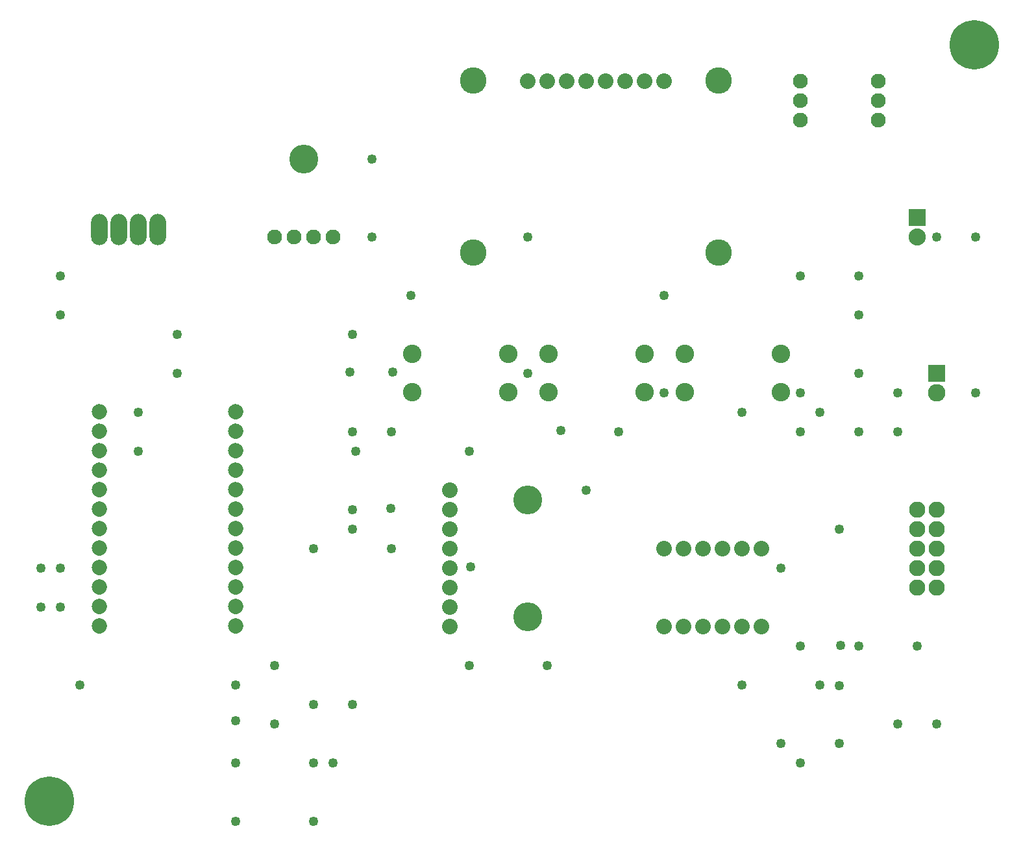
<source format=gbs>
G04 MADE WITH FRITZING*
G04 WWW.FRITZING.ORG*
G04 DOUBLE SIDED*
G04 HOLES PLATED*
G04 CONTOUR ON CENTER OF CONTOUR VECTOR*
%ASAXBY*%
%FSLAX23Y23*%
%MOIN*%
%OFA0B0*%
%SFA1.0B1.0*%
%ADD10C,0.254094*%
%ADD11C,0.049370*%
%ADD12C,0.084000*%
%ADD13C,0.148425*%
%ADD14C,0.076000*%
%ADD15C,0.090000*%
%ADD16C,0.083667*%
%ADD17C,0.080000*%
%ADD18C,0.095000*%
%ADD19C,0.088000*%
%ADD20C,0.135985*%
%ADD21R,0.090000X0.090000*%
%ADD22R,0.088000X0.088000*%
%ADD23R,0.001000X0.001000*%
%LNMASK0*%
G90*
G70*
G54D10*
X239Y234D03*
X4989Y4117D03*
G54D11*
X4297Y531D03*
X3997Y531D03*
X1797Y1631D03*
X1597Y1531D03*
X1197Y831D03*
X1197Y646D03*
X1197Y131D03*
X1197Y431D03*
X1997Y1531D03*
X197Y1431D03*
X197Y1231D03*
X4303Y1034D03*
X3797Y831D03*
X4797Y631D03*
X4597Y631D03*
G54D12*
X497Y3131D03*
X597Y3131D03*
X697Y3131D03*
X797Y3131D03*
G54D11*
X4097Y2331D03*
X4097Y2131D03*
X4997Y2331D03*
X4397Y2931D03*
X4097Y2931D03*
X4397Y2731D03*
X2405Y1435D03*
X3997Y1431D03*
X4197Y831D03*
X4297Y1631D03*
X4297Y826D03*
X1797Y731D03*
X1597Y731D03*
X1697Y431D03*
X1797Y2131D03*
X1997Y2131D03*
X1994Y1735D03*
X1797Y1731D03*
X2397Y2031D03*
X1812Y2031D03*
X4397Y2431D03*
X4397Y2131D03*
X4097Y431D03*
X4097Y1031D03*
X4597Y2131D03*
X4597Y2331D03*
X697Y2231D03*
X697Y2031D03*
X297Y2931D03*
X297Y2731D03*
X4197Y2231D03*
X3797Y2231D03*
X2997Y1831D03*
X2697Y3131D03*
X2697Y2431D03*
X2866Y2136D03*
X3162Y2131D03*
X1397Y931D03*
X1397Y631D03*
X1597Y431D03*
X1597Y131D03*
X4997Y3131D03*
X4797Y3131D03*
X397Y831D03*
X897Y2431D03*
X897Y2631D03*
X1797Y2631D03*
X2097Y2831D03*
X3397Y2831D03*
X3397Y2331D03*
X1897Y3531D03*
X1897Y3131D03*
X2397Y931D03*
X2797Y931D03*
X1784Y2436D03*
X2002Y2436D03*
X297Y1431D03*
X297Y1231D03*
X4397Y1031D03*
X4697Y1031D03*
G54D13*
X1547Y3531D03*
G54D14*
X1697Y3131D03*
X1597Y3131D03*
X1497Y3131D03*
X1397Y3131D03*
G54D15*
X4797Y2431D03*
X4797Y2331D03*
G54D16*
X4697Y1731D03*
X4797Y1731D03*
X4697Y1631D03*
X4797Y1631D03*
X4697Y1531D03*
X4797Y1531D03*
X4697Y1431D03*
X4797Y1431D03*
X4697Y1331D03*
X4797Y1331D03*
G54D17*
X3497Y1531D03*
X3597Y1531D03*
X3697Y1531D03*
X3797Y1531D03*
X3897Y1531D03*
X3397Y1131D03*
X3497Y1131D03*
X3597Y1131D03*
X3697Y1131D03*
X3797Y1131D03*
X3897Y1131D03*
X3397Y1531D03*
G54D18*
X3505Y2531D03*
X3505Y2334D03*
X3997Y2334D03*
X3997Y2531D03*
X2805Y2531D03*
X2805Y2334D03*
X3297Y2334D03*
X3297Y2531D03*
X2105Y2531D03*
X2105Y2334D03*
X2597Y2334D03*
X2597Y2531D03*
G54D14*
X4497Y3931D03*
X4497Y3831D03*
X4497Y3731D03*
X4097Y3731D03*
X4097Y3831D03*
X4097Y3931D03*
G54D19*
X4697Y3231D03*
X4697Y3131D03*
G54D17*
X2797Y3931D03*
X3397Y3931D03*
G54D20*
X2417Y3048D03*
G54D17*
X2897Y3931D03*
G54D20*
X2417Y3934D03*
G54D17*
X2997Y3931D03*
G54D20*
X3677Y3934D03*
G54D17*
X3097Y3931D03*
G54D20*
X3677Y3048D03*
G54D17*
X3197Y3931D03*
X3297Y3931D03*
X2697Y3931D03*
G54D13*
X2697Y1181D03*
G54D17*
X2297Y1131D03*
X2297Y1231D03*
X2297Y1331D03*
X2297Y1431D03*
G54D13*
X2697Y1781D03*
G54D17*
X2297Y1531D03*
X2297Y1631D03*
X2297Y1731D03*
X2297Y1831D03*
G54D21*
X4797Y2431D03*
G54D22*
X4697Y3231D03*
G54D23*
X493Y3248D02*
X501Y3248D01*
X593Y3248D02*
X601Y3248D01*
X693Y3248D02*
X701Y3248D01*
X793Y3248D02*
X801Y3248D01*
X488Y3247D02*
X506Y3247D01*
X588Y3247D02*
X606Y3247D01*
X688Y3247D02*
X706Y3247D01*
X788Y3247D02*
X806Y3247D01*
X484Y3246D02*
X510Y3246D01*
X584Y3246D02*
X610Y3246D01*
X684Y3246D02*
X710Y3246D01*
X784Y3246D02*
X810Y3246D01*
X481Y3245D02*
X512Y3245D01*
X581Y3245D02*
X612Y3245D01*
X681Y3245D02*
X712Y3245D01*
X781Y3245D02*
X812Y3245D01*
X479Y3244D02*
X514Y3244D01*
X579Y3244D02*
X614Y3244D01*
X679Y3244D02*
X714Y3244D01*
X779Y3244D02*
X814Y3244D01*
X477Y3243D02*
X516Y3243D01*
X577Y3243D02*
X616Y3243D01*
X677Y3243D02*
X716Y3243D01*
X777Y3243D02*
X816Y3243D01*
X475Y3242D02*
X518Y3242D01*
X575Y3242D02*
X618Y3242D01*
X675Y3242D02*
X718Y3242D01*
X775Y3242D02*
X818Y3242D01*
X474Y3241D02*
X520Y3241D01*
X574Y3241D02*
X620Y3241D01*
X674Y3241D02*
X720Y3241D01*
X774Y3241D02*
X820Y3241D01*
X472Y3240D02*
X521Y3240D01*
X572Y3240D02*
X621Y3240D01*
X672Y3240D02*
X721Y3240D01*
X772Y3240D02*
X821Y3240D01*
X471Y3239D02*
X523Y3239D01*
X571Y3239D02*
X623Y3239D01*
X671Y3239D02*
X722Y3239D01*
X771Y3239D02*
X822Y3239D01*
X470Y3238D02*
X524Y3238D01*
X570Y3238D02*
X624Y3238D01*
X670Y3238D02*
X724Y3238D01*
X770Y3238D02*
X824Y3238D01*
X469Y3237D02*
X525Y3237D01*
X569Y3237D02*
X625Y3237D01*
X669Y3237D02*
X725Y3237D01*
X769Y3237D02*
X825Y3237D01*
X468Y3236D02*
X526Y3236D01*
X568Y3236D02*
X626Y3236D01*
X668Y3236D02*
X726Y3236D01*
X768Y3236D02*
X826Y3236D01*
X467Y3235D02*
X527Y3235D01*
X567Y3235D02*
X627Y3235D01*
X667Y3235D02*
X727Y3235D01*
X767Y3235D02*
X827Y3235D01*
X466Y3234D02*
X528Y3234D01*
X566Y3234D02*
X628Y3234D01*
X666Y3234D02*
X728Y3234D01*
X766Y3234D02*
X828Y3234D01*
X465Y3233D02*
X529Y3233D01*
X565Y3233D02*
X629Y3233D01*
X665Y3233D02*
X729Y3233D01*
X765Y3233D02*
X829Y3233D01*
X464Y3232D02*
X529Y3232D01*
X564Y3232D02*
X629Y3232D01*
X664Y3232D02*
X729Y3232D01*
X764Y3232D02*
X829Y3232D01*
X463Y3231D02*
X530Y3231D01*
X563Y3231D02*
X630Y3231D01*
X663Y3231D02*
X730Y3231D01*
X763Y3231D02*
X830Y3231D01*
X463Y3230D02*
X531Y3230D01*
X563Y3230D02*
X631Y3230D01*
X663Y3230D02*
X731Y3230D01*
X763Y3230D02*
X831Y3230D01*
X462Y3229D02*
X532Y3229D01*
X562Y3229D02*
X631Y3229D01*
X662Y3229D02*
X731Y3229D01*
X762Y3229D02*
X831Y3229D01*
X462Y3228D02*
X532Y3228D01*
X562Y3228D02*
X632Y3228D01*
X661Y3228D02*
X732Y3228D01*
X761Y3228D02*
X832Y3228D01*
X461Y3227D02*
X533Y3227D01*
X561Y3227D02*
X633Y3227D01*
X661Y3227D02*
X733Y3227D01*
X761Y3227D02*
X833Y3227D01*
X460Y3226D02*
X533Y3226D01*
X560Y3226D02*
X633Y3226D01*
X660Y3226D02*
X733Y3226D01*
X760Y3226D02*
X833Y3226D01*
X460Y3225D02*
X534Y3225D01*
X560Y3225D02*
X634Y3225D01*
X660Y3225D02*
X734Y3225D01*
X760Y3225D02*
X834Y3225D01*
X459Y3224D02*
X534Y3224D01*
X559Y3224D02*
X634Y3224D01*
X659Y3224D02*
X734Y3224D01*
X759Y3224D02*
X834Y3224D01*
X459Y3223D02*
X535Y3223D01*
X559Y3223D02*
X635Y3223D01*
X659Y3223D02*
X735Y3223D01*
X759Y3223D02*
X835Y3223D01*
X459Y3222D02*
X535Y3222D01*
X558Y3222D02*
X635Y3222D01*
X658Y3222D02*
X735Y3222D01*
X758Y3222D02*
X835Y3222D01*
X458Y3221D02*
X536Y3221D01*
X558Y3221D02*
X635Y3221D01*
X658Y3221D02*
X735Y3221D01*
X758Y3221D02*
X835Y3221D01*
X458Y3220D02*
X536Y3220D01*
X558Y3220D02*
X636Y3220D01*
X658Y3220D02*
X736Y3220D01*
X758Y3220D02*
X836Y3220D01*
X457Y3219D02*
X536Y3219D01*
X557Y3219D02*
X636Y3219D01*
X657Y3219D02*
X736Y3219D01*
X757Y3219D02*
X836Y3219D01*
X457Y3218D02*
X537Y3218D01*
X557Y3218D02*
X637Y3218D01*
X657Y3218D02*
X737Y3218D01*
X757Y3218D02*
X836Y3218D01*
X457Y3217D02*
X537Y3217D01*
X557Y3217D02*
X637Y3217D01*
X657Y3217D02*
X737Y3217D01*
X757Y3217D02*
X837Y3217D01*
X457Y3216D02*
X537Y3216D01*
X557Y3216D02*
X637Y3216D01*
X657Y3216D02*
X737Y3216D01*
X757Y3216D02*
X837Y3216D01*
X456Y3215D02*
X537Y3215D01*
X556Y3215D02*
X637Y3215D01*
X656Y3215D02*
X737Y3215D01*
X756Y3215D02*
X837Y3215D01*
X456Y3214D02*
X538Y3214D01*
X556Y3214D02*
X638Y3214D01*
X656Y3214D02*
X737Y3214D01*
X756Y3214D02*
X837Y3214D01*
X456Y3213D02*
X538Y3213D01*
X556Y3213D02*
X638Y3213D01*
X656Y3213D02*
X738Y3213D01*
X756Y3213D02*
X838Y3213D01*
X456Y3212D02*
X538Y3212D01*
X556Y3212D02*
X638Y3212D01*
X656Y3212D02*
X738Y3212D01*
X756Y3212D02*
X838Y3212D01*
X456Y3211D02*
X538Y3211D01*
X556Y3211D02*
X638Y3211D01*
X656Y3211D02*
X738Y3211D01*
X756Y3211D02*
X838Y3211D01*
X456Y3210D02*
X538Y3210D01*
X556Y3210D02*
X638Y3210D01*
X655Y3210D02*
X738Y3210D01*
X755Y3210D02*
X838Y3210D01*
X455Y3209D02*
X538Y3209D01*
X555Y3209D02*
X638Y3209D01*
X655Y3209D02*
X738Y3209D01*
X755Y3209D02*
X838Y3209D01*
X455Y3208D02*
X538Y3208D01*
X555Y3208D02*
X638Y3208D01*
X655Y3208D02*
X738Y3208D01*
X755Y3208D02*
X838Y3208D01*
X455Y3207D02*
X538Y3207D01*
X555Y3207D02*
X638Y3207D01*
X655Y3207D02*
X738Y3207D01*
X755Y3207D02*
X838Y3207D01*
X455Y3206D02*
X538Y3206D01*
X555Y3206D02*
X638Y3206D01*
X655Y3206D02*
X738Y3206D01*
X755Y3206D02*
X838Y3206D01*
X455Y3205D02*
X538Y3205D01*
X555Y3205D02*
X638Y3205D01*
X655Y3205D02*
X738Y3205D01*
X755Y3205D02*
X838Y3205D01*
X455Y3204D02*
X538Y3204D01*
X555Y3204D02*
X638Y3204D01*
X655Y3204D02*
X738Y3204D01*
X755Y3204D02*
X838Y3204D01*
X455Y3203D02*
X538Y3203D01*
X555Y3203D02*
X638Y3203D01*
X655Y3203D02*
X738Y3203D01*
X755Y3203D02*
X838Y3203D01*
X455Y3202D02*
X538Y3202D01*
X555Y3202D02*
X638Y3202D01*
X655Y3202D02*
X738Y3202D01*
X755Y3202D02*
X838Y3202D01*
X455Y3201D02*
X538Y3201D01*
X555Y3201D02*
X638Y3201D01*
X655Y3201D02*
X738Y3201D01*
X755Y3201D02*
X838Y3201D01*
X455Y3200D02*
X538Y3200D01*
X555Y3200D02*
X638Y3200D01*
X655Y3200D02*
X738Y3200D01*
X755Y3200D02*
X838Y3200D01*
X455Y3199D02*
X538Y3199D01*
X555Y3199D02*
X638Y3199D01*
X655Y3199D02*
X738Y3199D01*
X755Y3199D02*
X838Y3199D01*
X455Y3198D02*
X538Y3198D01*
X555Y3198D02*
X638Y3198D01*
X655Y3198D02*
X738Y3198D01*
X755Y3198D02*
X838Y3198D01*
X455Y3197D02*
X538Y3197D01*
X555Y3197D02*
X638Y3197D01*
X655Y3197D02*
X738Y3197D01*
X755Y3197D02*
X838Y3197D01*
X455Y3196D02*
X538Y3196D01*
X555Y3196D02*
X638Y3196D01*
X655Y3196D02*
X738Y3196D01*
X755Y3196D02*
X838Y3196D01*
X455Y3195D02*
X538Y3195D01*
X555Y3195D02*
X638Y3195D01*
X655Y3195D02*
X738Y3195D01*
X755Y3195D02*
X838Y3195D01*
X455Y3194D02*
X538Y3194D01*
X555Y3194D02*
X638Y3194D01*
X655Y3194D02*
X738Y3194D01*
X755Y3194D02*
X838Y3194D01*
X455Y3193D02*
X538Y3193D01*
X555Y3193D02*
X638Y3193D01*
X655Y3193D02*
X738Y3193D01*
X755Y3193D02*
X838Y3193D01*
X455Y3192D02*
X538Y3192D01*
X555Y3192D02*
X638Y3192D01*
X655Y3192D02*
X738Y3192D01*
X755Y3192D02*
X838Y3192D01*
X455Y3191D02*
X538Y3191D01*
X555Y3191D02*
X638Y3191D01*
X655Y3191D02*
X738Y3191D01*
X755Y3191D02*
X838Y3191D01*
X455Y3190D02*
X538Y3190D01*
X555Y3190D02*
X638Y3190D01*
X655Y3190D02*
X738Y3190D01*
X755Y3190D02*
X838Y3190D01*
X455Y3189D02*
X538Y3189D01*
X555Y3189D02*
X638Y3189D01*
X655Y3189D02*
X738Y3189D01*
X755Y3189D02*
X838Y3189D01*
X455Y3188D02*
X538Y3188D01*
X555Y3188D02*
X638Y3188D01*
X655Y3188D02*
X738Y3188D01*
X755Y3188D02*
X838Y3188D01*
X455Y3187D02*
X538Y3187D01*
X555Y3187D02*
X638Y3187D01*
X655Y3187D02*
X738Y3187D01*
X755Y3187D02*
X838Y3187D01*
X455Y3186D02*
X538Y3186D01*
X555Y3186D02*
X638Y3186D01*
X655Y3186D02*
X738Y3186D01*
X755Y3186D02*
X838Y3186D01*
X455Y3185D02*
X538Y3185D01*
X555Y3185D02*
X638Y3185D01*
X655Y3185D02*
X738Y3185D01*
X755Y3185D02*
X838Y3185D01*
X455Y3184D02*
X538Y3184D01*
X555Y3184D02*
X638Y3184D01*
X655Y3184D02*
X738Y3184D01*
X755Y3184D02*
X838Y3184D01*
X455Y3183D02*
X538Y3183D01*
X555Y3183D02*
X638Y3183D01*
X655Y3183D02*
X738Y3183D01*
X755Y3183D02*
X838Y3183D01*
X455Y3182D02*
X538Y3182D01*
X555Y3182D02*
X638Y3182D01*
X655Y3182D02*
X738Y3182D01*
X755Y3182D02*
X838Y3182D01*
X455Y3181D02*
X538Y3181D01*
X555Y3181D02*
X638Y3181D01*
X655Y3181D02*
X738Y3181D01*
X755Y3181D02*
X838Y3181D01*
X455Y3180D02*
X538Y3180D01*
X555Y3180D02*
X638Y3180D01*
X655Y3180D02*
X738Y3180D01*
X755Y3180D02*
X838Y3180D01*
X455Y3179D02*
X538Y3179D01*
X555Y3179D02*
X638Y3179D01*
X655Y3179D02*
X738Y3179D01*
X755Y3179D02*
X838Y3179D01*
X455Y3178D02*
X538Y3178D01*
X555Y3178D02*
X638Y3178D01*
X655Y3178D02*
X738Y3178D01*
X755Y3178D02*
X838Y3178D01*
X455Y3177D02*
X538Y3177D01*
X555Y3177D02*
X638Y3177D01*
X655Y3177D02*
X738Y3177D01*
X755Y3177D02*
X838Y3177D01*
X455Y3176D02*
X538Y3176D01*
X555Y3176D02*
X638Y3176D01*
X655Y3176D02*
X738Y3176D01*
X755Y3176D02*
X838Y3176D01*
X455Y3175D02*
X538Y3175D01*
X555Y3175D02*
X638Y3175D01*
X655Y3175D02*
X738Y3175D01*
X755Y3175D02*
X838Y3175D01*
X455Y3174D02*
X538Y3174D01*
X555Y3174D02*
X638Y3174D01*
X655Y3174D02*
X738Y3174D01*
X755Y3174D02*
X838Y3174D01*
X455Y3173D02*
X538Y3173D01*
X555Y3173D02*
X638Y3173D01*
X655Y3173D02*
X738Y3173D01*
X755Y3173D02*
X838Y3173D01*
X455Y3172D02*
X538Y3172D01*
X555Y3172D02*
X638Y3172D01*
X655Y3172D02*
X738Y3172D01*
X755Y3172D02*
X838Y3172D01*
X455Y3171D02*
X538Y3171D01*
X555Y3171D02*
X638Y3171D01*
X655Y3171D02*
X738Y3171D01*
X755Y3171D02*
X838Y3171D01*
X455Y3170D02*
X538Y3170D01*
X555Y3170D02*
X638Y3170D01*
X655Y3170D02*
X738Y3170D01*
X755Y3170D02*
X838Y3170D01*
X455Y3169D02*
X538Y3169D01*
X555Y3169D02*
X638Y3169D01*
X655Y3169D02*
X738Y3169D01*
X755Y3169D02*
X838Y3169D01*
X455Y3168D02*
X538Y3168D01*
X555Y3168D02*
X638Y3168D01*
X655Y3168D02*
X738Y3168D01*
X755Y3168D02*
X838Y3168D01*
X455Y3167D02*
X538Y3167D01*
X555Y3167D02*
X638Y3167D01*
X655Y3167D02*
X738Y3167D01*
X755Y3167D02*
X838Y3167D01*
X455Y3166D02*
X538Y3166D01*
X555Y3166D02*
X638Y3166D01*
X655Y3166D02*
X738Y3166D01*
X755Y3166D02*
X838Y3166D01*
X455Y3165D02*
X538Y3165D01*
X555Y3165D02*
X638Y3165D01*
X655Y3165D02*
X738Y3165D01*
X755Y3165D02*
X838Y3165D01*
X455Y3164D02*
X538Y3164D01*
X555Y3164D02*
X638Y3164D01*
X655Y3164D02*
X738Y3164D01*
X755Y3164D02*
X838Y3164D01*
X455Y3163D02*
X538Y3163D01*
X555Y3163D02*
X638Y3163D01*
X655Y3163D02*
X738Y3163D01*
X755Y3163D02*
X838Y3163D01*
X455Y3162D02*
X538Y3162D01*
X555Y3162D02*
X638Y3162D01*
X655Y3162D02*
X738Y3162D01*
X755Y3162D02*
X838Y3162D01*
X455Y3161D02*
X538Y3161D01*
X555Y3161D02*
X638Y3161D01*
X655Y3161D02*
X738Y3161D01*
X755Y3161D02*
X838Y3161D01*
X455Y3160D02*
X538Y3160D01*
X555Y3160D02*
X638Y3160D01*
X655Y3160D02*
X738Y3160D01*
X755Y3160D02*
X838Y3160D01*
X455Y3159D02*
X538Y3159D01*
X555Y3159D02*
X638Y3159D01*
X655Y3159D02*
X738Y3159D01*
X755Y3159D02*
X838Y3159D01*
X455Y3158D02*
X538Y3158D01*
X555Y3158D02*
X638Y3158D01*
X655Y3158D02*
X738Y3158D01*
X755Y3158D02*
X838Y3158D01*
X455Y3157D02*
X538Y3157D01*
X555Y3157D02*
X638Y3157D01*
X655Y3157D02*
X738Y3157D01*
X755Y3157D02*
X838Y3157D01*
X455Y3156D02*
X538Y3156D01*
X555Y3156D02*
X638Y3156D01*
X655Y3156D02*
X738Y3156D01*
X755Y3156D02*
X838Y3156D01*
X455Y3155D02*
X538Y3155D01*
X555Y3155D02*
X638Y3155D01*
X655Y3155D02*
X738Y3155D01*
X755Y3155D02*
X838Y3155D01*
X455Y3154D02*
X538Y3154D01*
X555Y3154D02*
X638Y3154D01*
X655Y3154D02*
X738Y3154D01*
X755Y3154D02*
X838Y3154D01*
X455Y3153D02*
X538Y3153D01*
X555Y3153D02*
X638Y3153D01*
X655Y3153D02*
X738Y3153D01*
X755Y3153D02*
X838Y3153D01*
X455Y3152D02*
X538Y3152D01*
X555Y3152D02*
X638Y3152D01*
X655Y3152D02*
X738Y3152D01*
X755Y3152D02*
X838Y3152D01*
X455Y3151D02*
X538Y3151D01*
X555Y3151D02*
X638Y3151D01*
X655Y3151D02*
X738Y3151D01*
X755Y3151D02*
X838Y3151D01*
X455Y3150D02*
X538Y3150D01*
X555Y3150D02*
X638Y3150D01*
X655Y3150D02*
X738Y3150D01*
X755Y3150D02*
X838Y3150D01*
X455Y3149D02*
X493Y3149D01*
X500Y3149D02*
X538Y3149D01*
X555Y3149D02*
X593Y3149D01*
X600Y3149D02*
X638Y3149D01*
X655Y3149D02*
X693Y3149D01*
X700Y3149D02*
X738Y3149D01*
X755Y3149D02*
X793Y3149D01*
X800Y3149D02*
X838Y3149D01*
X455Y3148D02*
X490Y3148D01*
X504Y3148D02*
X538Y3148D01*
X555Y3148D02*
X590Y3148D01*
X604Y3148D02*
X638Y3148D01*
X655Y3148D02*
X690Y3148D01*
X704Y3148D02*
X738Y3148D01*
X755Y3148D02*
X790Y3148D01*
X804Y3148D02*
X838Y3148D01*
X455Y3147D02*
X488Y3147D01*
X506Y3147D02*
X538Y3147D01*
X555Y3147D02*
X588Y3147D01*
X606Y3147D02*
X638Y3147D01*
X655Y3147D02*
X688Y3147D01*
X706Y3147D02*
X738Y3147D01*
X755Y3147D02*
X788Y3147D01*
X806Y3147D02*
X838Y3147D01*
X455Y3146D02*
X486Y3146D01*
X507Y3146D02*
X538Y3146D01*
X555Y3146D02*
X586Y3146D01*
X607Y3146D02*
X638Y3146D01*
X655Y3146D02*
X686Y3146D01*
X707Y3146D02*
X738Y3146D01*
X755Y3146D02*
X786Y3146D01*
X807Y3146D02*
X838Y3146D01*
X455Y3145D02*
X485Y3145D01*
X508Y3145D02*
X538Y3145D01*
X555Y3145D02*
X585Y3145D01*
X608Y3145D02*
X638Y3145D01*
X655Y3145D02*
X685Y3145D01*
X708Y3145D02*
X738Y3145D01*
X755Y3145D02*
X785Y3145D01*
X808Y3145D02*
X838Y3145D01*
X455Y3144D02*
X484Y3144D01*
X510Y3144D02*
X538Y3144D01*
X555Y3144D02*
X584Y3144D01*
X610Y3144D02*
X638Y3144D01*
X655Y3144D02*
X684Y3144D01*
X710Y3144D02*
X738Y3144D01*
X755Y3144D02*
X784Y3144D01*
X810Y3144D02*
X838Y3144D01*
X455Y3143D02*
X483Y3143D01*
X510Y3143D02*
X538Y3143D01*
X555Y3143D02*
X583Y3143D01*
X610Y3143D02*
X638Y3143D01*
X655Y3143D02*
X683Y3143D01*
X710Y3143D02*
X738Y3143D01*
X755Y3143D02*
X783Y3143D01*
X810Y3143D02*
X838Y3143D01*
X455Y3142D02*
X482Y3142D01*
X511Y3142D02*
X538Y3142D01*
X555Y3142D02*
X582Y3142D01*
X611Y3142D02*
X638Y3142D01*
X655Y3142D02*
X682Y3142D01*
X711Y3142D02*
X738Y3142D01*
X755Y3142D02*
X782Y3142D01*
X811Y3142D02*
X838Y3142D01*
X455Y3141D02*
X482Y3141D01*
X512Y3141D02*
X538Y3141D01*
X555Y3141D02*
X582Y3141D01*
X612Y3141D02*
X638Y3141D01*
X655Y3141D02*
X682Y3141D01*
X712Y3141D02*
X738Y3141D01*
X755Y3141D02*
X782Y3141D01*
X812Y3141D02*
X838Y3141D01*
X455Y3140D02*
X481Y3140D01*
X512Y3140D02*
X538Y3140D01*
X555Y3140D02*
X581Y3140D01*
X612Y3140D02*
X638Y3140D01*
X655Y3140D02*
X681Y3140D01*
X712Y3140D02*
X738Y3140D01*
X755Y3140D02*
X781Y3140D01*
X812Y3140D02*
X838Y3140D01*
X455Y3139D02*
X481Y3139D01*
X513Y3139D02*
X538Y3139D01*
X555Y3139D02*
X581Y3139D01*
X613Y3139D02*
X638Y3139D01*
X655Y3139D02*
X681Y3139D01*
X713Y3139D02*
X738Y3139D01*
X755Y3139D02*
X781Y3139D01*
X813Y3139D02*
X838Y3139D01*
X455Y3138D02*
X480Y3138D01*
X513Y3138D02*
X538Y3138D01*
X555Y3138D02*
X580Y3138D01*
X613Y3138D02*
X638Y3138D01*
X655Y3138D02*
X680Y3138D01*
X713Y3138D02*
X738Y3138D01*
X755Y3138D02*
X780Y3138D01*
X813Y3138D02*
X838Y3138D01*
X455Y3137D02*
X480Y3137D01*
X514Y3137D02*
X538Y3137D01*
X555Y3137D02*
X580Y3137D01*
X614Y3137D02*
X638Y3137D01*
X655Y3137D02*
X680Y3137D01*
X714Y3137D02*
X738Y3137D01*
X755Y3137D02*
X780Y3137D01*
X814Y3137D02*
X838Y3137D01*
X455Y3136D02*
X480Y3136D01*
X514Y3136D02*
X538Y3136D01*
X555Y3136D02*
X580Y3136D01*
X614Y3136D02*
X638Y3136D01*
X655Y3136D02*
X680Y3136D01*
X714Y3136D02*
X738Y3136D01*
X755Y3136D02*
X780Y3136D01*
X814Y3136D02*
X838Y3136D01*
X455Y3135D02*
X480Y3135D01*
X514Y3135D02*
X538Y3135D01*
X555Y3135D02*
X580Y3135D01*
X614Y3135D02*
X638Y3135D01*
X655Y3135D02*
X680Y3135D01*
X714Y3135D02*
X738Y3135D01*
X755Y3135D02*
X780Y3135D01*
X814Y3135D02*
X838Y3135D01*
X455Y3134D02*
X479Y3134D01*
X514Y3134D02*
X538Y3134D01*
X555Y3134D02*
X579Y3134D01*
X614Y3134D02*
X638Y3134D01*
X655Y3134D02*
X679Y3134D01*
X714Y3134D02*
X738Y3134D01*
X755Y3134D02*
X779Y3134D01*
X814Y3134D02*
X838Y3134D01*
X455Y3133D02*
X479Y3133D01*
X514Y3133D02*
X538Y3133D01*
X555Y3133D02*
X579Y3133D01*
X614Y3133D02*
X638Y3133D01*
X655Y3133D02*
X679Y3133D01*
X714Y3133D02*
X738Y3133D01*
X755Y3133D02*
X779Y3133D01*
X814Y3133D02*
X838Y3133D01*
X455Y3132D02*
X479Y3132D01*
X514Y3132D02*
X538Y3132D01*
X555Y3132D02*
X579Y3132D01*
X614Y3132D02*
X638Y3132D01*
X655Y3132D02*
X679Y3132D01*
X714Y3132D02*
X738Y3132D01*
X755Y3132D02*
X779Y3132D01*
X814Y3132D02*
X838Y3132D01*
X455Y3131D02*
X479Y3131D01*
X514Y3131D02*
X538Y3131D01*
X555Y3131D02*
X579Y3131D01*
X614Y3131D02*
X638Y3131D01*
X655Y3131D02*
X679Y3131D01*
X714Y3131D02*
X738Y3131D01*
X755Y3131D02*
X779Y3131D01*
X814Y3131D02*
X838Y3131D01*
X455Y3130D02*
X480Y3130D01*
X514Y3130D02*
X538Y3130D01*
X555Y3130D02*
X580Y3130D01*
X614Y3130D02*
X638Y3130D01*
X655Y3130D02*
X679Y3130D01*
X714Y3130D02*
X738Y3130D01*
X755Y3130D02*
X779Y3130D01*
X814Y3130D02*
X838Y3130D01*
X455Y3129D02*
X480Y3129D01*
X514Y3129D02*
X538Y3129D01*
X555Y3129D02*
X580Y3129D01*
X614Y3129D02*
X638Y3129D01*
X655Y3129D02*
X680Y3129D01*
X714Y3129D02*
X738Y3129D01*
X755Y3129D02*
X780Y3129D01*
X814Y3129D02*
X838Y3129D01*
X456Y3128D02*
X480Y3128D01*
X514Y3128D02*
X538Y3128D01*
X556Y3128D02*
X580Y3128D01*
X614Y3128D02*
X638Y3128D01*
X656Y3128D02*
X680Y3128D01*
X714Y3128D02*
X738Y3128D01*
X756Y3128D02*
X780Y3128D01*
X814Y3128D02*
X838Y3128D01*
X456Y3127D02*
X480Y3127D01*
X513Y3127D02*
X538Y3127D01*
X556Y3127D02*
X580Y3127D01*
X613Y3127D02*
X638Y3127D01*
X656Y3127D02*
X680Y3127D01*
X713Y3127D02*
X738Y3127D01*
X756Y3127D02*
X780Y3127D01*
X813Y3127D02*
X838Y3127D01*
X456Y3126D02*
X480Y3126D01*
X513Y3126D02*
X538Y3126D01*
X556Y3126D02*
X580Y3126D01*
X613Y3126D02*
X638Y3126D01*
X656Y3126D02*
X680Y3126D01*
X713Y3126D02*
X738Y3126D01*
X756Y3126D02*
X780Y3126D01*
X813Y3126D02*
X838Y3126D01*
X456Y3125D02*
X481Y3125D01*
X513Y3125D02*
X538Y3125D01*
X556Y3125D02*
X581Y3125D01*
X613Y3125D02*
X638Y3125D01*
X656Y3125D02*
X681Y3125D01*
X713Y3125D02*
X738Y3125D01*
X756Y3125D02*
X781Y3125D01*
X813Y3125D02*
X838Y3125D01*
X456Y3124D02*
X481Y3124D01*
X512Y3124D02*
X537Y3124D01*
X556Y3124D02*
X581Y3124D01*
X612Y3124D02*
X637Y3124D01*
X656Y3124D02*
X681Y3124D01*
X712Y3124D02*
X737Y3124D01*
X756Y3124D02*
X781Y3124D01*
X812Y3124D02*
X837Y3124D01*
X456Y3123D02*
X482Y3123D01*
X512Y3123D02*
X537Y3123D01*
X556Y3123D02*
X582Y3123D01*
X612Y3123D02*
X637Y3123D01*
X656Y3123D02*
X682Y3123D01*
X712Y3123D02*
X737Y3123D01*
X756Y3123D02*
X782Y3123D01*
X812Y3123D02*
X837Y3123D01*
X457Y3122D02*
X483Y3122D01*
X511Y3122D02*
X537Y3122D01*
X557Y3122D02*
X583Y3122D01*
X611Y3122D02*
X637Y3122D01*
X657Y3122D02*
X683Y3122D01*
X711Y3122D02*
X737Y3122D01*
X757Y3122D02*
X783Y3122D01*
X811Y3122D02*
X837Y3122D01*
X457Y3121D02*
X484Y3121D01*
X510Y3121D02*
X537Y3121D01*
X557Y3121D02*
X584Y3121D01*
X610Y3121D02*
X637Y3121D01*
X657Y3121D02*
X684Y3121D01*
X710Y3121D02*
X737Y3121D01*
X757Y3121D02*
X784Y3121D01*
X810Y3121D02*
X837Y3121D01*
X457Y3120D02*
X485Y3120D01*
X509Y3120D02*
X536Y3120D01*
X557Y3120D02*
X585Y3120D01*
X609Y3120D02*
X636Y3120D01*
X657Y3120D02*
X685Y3120D01*
X709Y3120D02*
X736Y3120D01*
X757Y3120D02*
X785Y3120D01*
X809Y3120D02*
X836Y3120D01*
X458Y3119D02*
X486Y3119D01*
X508Y3119D02*
X536Y3119D01*
X558Y3119D02*
X586Y3119D01*
X608Y3119D02*
X636Y3119D01*
X658Y3119D02*
X686Y3119D01*
X708Y3119D02*
X736Y3119D01*
X758Y3119D02*
X786Y3119D01*
X808Y3119D02*
X836Y3119D01*
X458Y3118D02*
X487Y3118D01*
X507Y3118D02*
X536Y3118D01*
X558Y3118D02*
X587Y3118D01*
X607Y3118D02*
X636Y3118D01*
X658Y3118D02*
X687Y3118D01*
X707Y3118D02*
X736Y3118D01*
X758Y3118D02*
X787Y3118D01*
X807Y3118D02*
X836Y3118D01*
X458Y3117D02*
X489Y3117D01*
X505Y3117D02*
X535Y3117D01*
X558Y3117D02*
X589Y3117D01*
X605Y3117D02*
X635Y3117D01*
X658Y3117D02*
X689Y3117D01*
X705Y3117D02*
X735Y3117D01*
X758Y3117D02*
X789Y3117D01*
X805Y3117D02*
X835Y3117D01*
X459Y3116D02*
X491Y3116D01*
X502Y3116D02*
X535Y3116D01*
X559Y3116D02*
X591Y3116D01*
X602Y3116D02*
X635Y3116D01*
X659Y3116D02*
X691Y3116D01*
X702Y3116D02*
X735Y3116D01*
X759Y3116D02*
X791Y3116D01*
X802Y3116D02*
X835Y3116D01*
X459Y3115D02*
X534Y3115D01*
X559Y3115D02*
X634Y3115D01*
X659Y3115D02*
X734Y3115D01*
X759Y3115D02*
X834Y3115D01*
X460Y3114D02*
X534Y3114D01*
X560Y3114D02*
X634Y3114D01*
X660Y3114D02*
X734Y3114D01*
X760Y3114D02*
X834Y3114D01*
X460Y3113D02*
X534Y3113D01*
X560Y3113D02*
X633Y3113D01*
X660Y3113D02*
X733Y3113D01*
X760Y3113D02*
X833Y3113D01*
X461Y3112D02*
X533Y3112D01*
X561Y3112D02*
X633Y3112D01*
X661Y3112D02*
X733Y3112D01*
X761Y3112D02*
X833Y3112D01*
X461Y3111D02*
X532Y3111D01*
X561Y3111D02*
X632Y3111D01*
X661Y3111D02*
X732Y3111D01*
X761Y3111D02*
X832Y3111D01*
X462Y3110D02*
X532Y3110D01*
X562Y3110D02*
X632Y3110D01*
X662Y3110D02*
X732Y3110D01*
X762Y3110D02*
X832Y3110D01*
X462Y3109D02*
X531Y3109D01*
X562Y3109D02*
X631Y3109D01*
X662Y3109D02*
X731Y3109D01*
X762Y3109D02*
X831Y3109D01*
X463Y3108D02*
X531Y3108D01*
X563Y3108D02*
X630Y3108D01*
X663Y3108D02*
X730Y3108D01*
X763Y3108D02*
X830Y3108D01*
X464Y3107D02*
X530Y3107D01*
X564Y3107D02*
X630Y3107D01*
X664Y3107D02*
X730Y3107D01*
X764Y3107D02*
X830Y3107D01*
X465Y3106D02*
X529Y3106D01*
X565Y3106D02*
X629Y3106D01*
X665Y3106D02*
X729Y3106D01*
X765Y3106D02*
X829Y3106D01*
X465Y3105D02*
X528Y3105D01*
X565Y3105D02*
X628Y3105D01*
X665Y3105D02*
X728Y3105D01*
X765Y3105D02*
X828Y3105D01*
X466Y3104D02*
X527Y3104D01*
X566Y3104D02*
X627Y3104D01*
X666Y3104D02*
X727Y3104D01*
X766Y3104D02*
X827Y3104D01*
X467Y3103D02*
X526Y3103D01*
X567Y3103D02*
X626Y3103D01*
X667Y3103D02*
X726Y3103D01*
X767Y3103D02*
X826Y3103D01*
X468Y3102D02*
X525Y3102D01*
X568Y3102D02*
X625Y3102D01*
X668Y3102D02*
X725Y3102D01*
X768Y3102D02*
X825Y3102D01*
X469Y3101D02*
X524Y3101D01*
X569Y3101D02*
X624Y3101D01*
X669Y3101D02*
X724Y3101D01*
X769Y3101D02*
X824Y3101D01*
X470Y3100D02*
X523Y3100D01*
X570Y3100D02*
X623Y3100D01*
X670Y3100D02*
X723Y3100D01*
X770Y3100D02*
X823Y3100D01*
X472Y3099D02*
X522Y3099D01*
X572Y3099D02*
X622Y3099D01*
X672Y3099D02*
X722Y3099D01*
X772Y3099D02*
X822Y3099D01*
X473Y3098D02*
X520Y3098D01*
X573Y3098D02*
X620Y3098D01*
X673Y3098D02*
X720Y3098D01*
X773Y3098D02*
X820Y3098D01*
X475Y3097D02*
X519Y3097D01*
X575Y3097D02*
X619Y3097D01*
X675Y3097D02*
X719Y3097D01*
X775Y3097D02*
X819Y3097D01*
X476Y3096D02*
X517Y3096D01*
X576Y3096D02*
X617Y3096D01*
X676Y3096D02*
X717Y3096D01*
X776Y3096D02*
X817Y3096D01*
X478Y3095D02*
X515Y3095D01*
X578Y3095D02*
X615Y3095D01*
X678Y3095D02*
X715Y3095D01*
X778Y3095D02*
X815Y3095D01*
X480Y3094D02*
X513Y3094D01*
X580Y3094D02*
X613Y3094D01*
X680Y3094D02*
X713Y3094D01*
X780Y3094D02*
X813Y3094D01*
X483Y3093D02*
X511Y3093D01*
X583Y3093D02*
X611Y3093D01*
X683Y3093D02*
X711Y3093D01*
X783Y3093D02*
X811Y3093D01*
X486Y3092D02*
X508Y3092D01*
X586Y3092D02*
X608Y3092D01*
X686Y3092D02*
X708Y3092D01*
X786Y3092D02*
X808Y3092D01*
X490Y3091D02*
X504Y3091D01*
X590Y3091D02*
X604Y3091D01*
X690Y3091D02*
X704Y3091D01*
X790Y3091D02*
X804Y3091D01*
X492Y2271D02*
X501Y2271D01*
X1192Y2271D02*
X1201Y2271D01*
X487Y2270D02*
X506Y2270D01*
X1187Y2270D02*
X1206Y2270D01*
X484Y2269D02*
X509Y2269D01*
X1184Y2269D02*
X1209Y2269D01*
X482Y2268D02*
X512Y2268D01*
X1181Y2268D02*
X1212Y2268D01*
X479Y2267D02*
X514Y2267D01*
X1179Y2267D02*
X1214Y2267D01*
X477Y2266D02*
X516Y2266D01*
X1177Y2266D02*
X1216Y2266D01*
X476Y2265D02*
X518Y2265D01*
X1176Y2265D02*
X1217Y2265D01*
X474Y2264D02*
X519Y2264D01*
X1174Y2264D02*
X1219Y2264D01*
X473Y2263D02*
X520Y2263D01*
X1173Y2263D02*
X1220Y2263D01*
X471Y2262D02*
X522Y2262D01*
X1171Y2262D02*
X1222Y2262D01*
X470Y2261D02*
X523Y2261D01*
X1170Y2261D02*
X1223Y2261D01*
X469Y2260D02*
X524Y2260D01*
X1169Y2260D02*
X1224Y2260D01*
X468Y2259D02*
X525Y2259D01*
X1168Y2259D02*
X1225Y2259D01*
X468Y2258D02*
X526Y2258D01*
X1167Y2258D02*
X1226Y2258D01*
X467Y2257D02*
X527Y2257D01*
X1167Y2257D02*
X1226Y2257D01*
X466Y2256D02*
X527Y2256D01*
X1166Y2256D02*
X1227Y2256D01*
X465Y2255D02*
X528Y2255D01*
X1165Y2255D02*
X1228Y2255D01*
X465Y2254D02*
X529Y2254D01*
X1165Y2254D02*
X1229Y2254D01*
X464Y2253D02*
X529Y2253D01*
X1164Y2253D02*
X1229Y2253D01*
X464Y2252D02*
X530Y2252D01*
X1163Y2252D02*
X1230Y2252D01*
X463Y2251D02*
X531Y2251D01*
X1163Y2251D02*
X1231Y2251D01*
X463Y2250D02*
X531Y2250D01*
X1162Y2250D02*
X1231Y2250D01*
X462Y2249D02*
X532Y2249D01*
X1162Y2249D02*
X1232Y2249D01*
X462Y2248D02*
X532Y2248D01*
X1162Y2248D02*
X1232Y2248D01*
X461Y2247D02*
X533Y2247D01*
X1161Y2247D02*
X1232Y2247D01*
X461Y2246D02*
X533Y2246D01*
X1161Y2246D02*
X1233Y2246D01*
X461Y2245D02*
X533Y2245D01*
X1160Y2245D02*
X1233Y2245D01*
X460Y2244D02*
X534Y2244D01*
X1160Y2244D02*
X1233Y2244D01*
X460Y2243D02*
X534Y2243D01*
X1160Y2243D02*
X1234Y2243D01*
X460Y2242D02*
X534Y2242D01*
X1160Y2242D02*
X1234Y2242D01*
X459Y2241D02*
X534Y2241D01*
X1159Y2241D02*
X1234Y2241D01*
X459Y2240D02*
X535Y2240D01*
X1159Y2240D02*
X1234Y2240D01*
X459Y2239D02*
X535Y2239D01*
X1159Y2239D02*
X1235Y2239D01*
X459Y2238D02*
X535Y2238D01*
X1159Y2238D02*
X1235Y2238D01*
X459Y2237D02*
X535Y2237D01*
X1159Y2237D02*
X1235Y2237D01*
X459Y2236D02*
X535Y2236D01*
X1158Y2236D02*
X1235Y2236D01*
X458Y2235D02*
X535Y2235D01*
X1158Y2235D02*
X1235Y2235D01*
X458Y2234D02*
X535Y2234D01*
X1158Y2234D02*
X1235Y2234D01*
X458Y2233D02*
X535Y2233D01*
X1158Y2233D02*
X1235Y2233D01*
X458Y2232D02*
X535Y2232D01*
X1158Y2232D02*
X1235Y2232D01*
X458Y2231D02*
X535Y2231D01*
X1158Y2231D02*
X1235Y2231D01*
X458Y2230D02*
X535Y2230D01*
X1158Y2230D02*
X1235Y2230D01*
X459Y2229D02*
X535Y2229D01*
X1158Y2229D02*
X1235Y2229D01*
X459Y2228D02*
X535Y2228D01*
X1159Y2228D02*
X1235Y2228D01*
X459Y2227D02*
X535Y2227D01*
X1159Y2227D02*
X1235Y2227D01*
X459Y2226D02*
X535Y2226D01*
X1159Y2226D02*
X1234Y2226D01*
X459Y2225D02*
X534Y2225D01*
X1159Y2225D02*
X1234Y2225D01*
X459Y2224D02*
X534Y2224D01*
X1159Y2224D02*
X1234Y2224D01*
X460Y2223D02*
X534Y2223D01*
X1160Y2223D02*
X1234Y2223D01*
X460Y2222D02*
X534Y2222D01*
X1160Y2222D02*
X1233Y2222D01*
X460Y2221D02*
X533Y2221D01*
X1160Y2221D02*
X1233Y2221D01*
X461Y2220D02*
X533Y2220D01*
X1160Y2220D02*
X1233Y2220D01*
X461Y2219D02*
X533Y2219D01*
X1161Y2219D02*
X1232Y2219D01*
X461Y2218D02*
X532Y2218D01*
X1161Y2218D02*
X1232Y2218D01*
X462Y2217D02*
X532Y2217D01*
X1162Y2217D02*
X1232Y2217D01*
X462Y2216D02*
X531Y2216D01*
X1162Y2216D02*
X1231Y2216D01*
X463Y2215D02*
X531Y2215D01*
X1163Y2215D02*
X1231Y2215D01*
X463Y2214D02*
X530Y2214D01*
X1163Y2214D02*
X1230Y2214D01*
X464Y2213D02*
X530Y2213D01*
X1164Y2213D02*
X1230Y2213D01*
X464Y2212D02*
X529Y2212D01*
X1164Y2212D02*
X1229Y2212D01*
X465Y2211D02*
X529Y2211D01*
X1165Y2211D02*
X1228Y2211D01*
X466Y2210D02*
X528Y2210D01*
X1165Y2210D02*
X1228Y2210D01*
X466Y2209D02*
X527Y2209D01*
X1166Y2209D02*
X1227Y2209D01*
X467Y2208D02*
X526Y2208D01*
X1167Y2208D02*
X1226Y2208D01*
X468Y2207D02*
X526Y2207D01*
X1168Y2207D02*
X1225Y2207D01*
X469Y2206D02*
X525Y2206D01*
X1168Y2206D02*
X1225Y2206D01*
X470Y2205D02*
X524Y2205D01*
X1169Y2205D02*
X1224Y2205D01*
X471Y2204D02*
X523Y2204D01*
X1170Y2204D02*
X1223Y2204D01*
X472Y2203D02*
X522Y2203D01*
X1172Y2203D02*
X1221Y2203D01*
X473Y2202D02*
X520Y2202D01*
X1173Y2202D02*
X1220Y2202D01*
X474Y2201D02*
X519Y2201D01*
X1174Y2201D02*
X1219Y2201D01*
X476Y2200D02*
X517Y2200D01*
X1176Y2200D02*
X1217Y2200D01*
X477Y2199D02*
X516Y2199D01*
X1177Y2199D02*
X1216Y2199D01*
X479Y2198D02*
X514Y2198D01*
X1179Y2198D02*
X1214Y2198D01*
X481Y2197D02*
X512Y2197D01*
X1181Y2197D02*
X1212Y2197D01*
X483Y2196D02*
X509Y2196D01*
X1183Y2196D02*
X1209Y2196D01*
X486Y2195D02*
X506Y2195D01*
X1186Y2195D02*
X1206Y2195D01*
X491Y2194D02*
X502Y2194D01*
X1191Y2194D02*
X1202Y2194D01*
X492Y2171D02*
X501Y2171D01*
X1192Y2171D02*
X1201Y2171D01*
X487Y2170D02*
X506Y2170D01*
X1187Y2170D02*
X1206Y2170D01*
X484Y2169D02*
X509Y2169D01*
X1184Y2169D02*
X1209Y2169D01*
X481Y2168D02*
X512Y2168D01*
X1181Y2168D02*
X1212Y2168D01*
X479Y2167D02*
X514Y2167D01*
X1179Y2167D02*
X1214Y2167D01*
X477Y2166D02*
X516Y2166D01*
X1177Y2166D02*
X1216Y2166D01*
X476Y2165D02*
X518Y2165D01*
X1176Y2165D02*
X1217Y2165D01*
X474Y2164D02*
X519Y2164D01*
X1174Y2164D02*
X1219Y2164D01*
X473Y2163D02*
X521Y2163D01*
X1173Y2163D02*
X1220Y2163D01*
X471Y2162D02*
X522Y2162D01*
X1171Y2162D02*
X1222Y2162D01*
X470Y2161D02*
X523Y2161D01*
X1170Y2161D02*
X1223Y2161D01*
X469Y2160D02*
X524Y2160D01*
X1169Y2160D02*
X1224Y2160D01*
X468Y2159D02*
X525Y2159D01*
X1168Y2159D02*
X1225Y2159D01*
X468Y2158D02*
X526Y2158D01*
X1167Y2158D02*
X1226Y2158D01*
X467Y2157D02*
X527Y2157D01*
X1167Y2157D02*
X1227Y2157D01*
X466Y2156D02*
X527Y2156D01*
X1166Y2156D02*
X1227Y2156D01*
X465Y2155D02*
X528Y2155D01*
X1165Y2155D02*
X1228Y2155D01*
X465Y2154D02*
X529Y2154D01*
X1165Y2154D02*
X1229Y2154D01*
X464Y2153D02*
X529Y2153D01*
X1164Y2153D02*
X1229Y2153D01*
X464Y2152D02*
X530Y2152D01*
X1163Y2152D02*
X1230Y2152D01*
X463Y2151D02*
X531Y2151D01*
X1163Y2151D02*
X1231Y2151D01*
X463Y2150D02*
X531Y2150D01*
X1162Y2150D02*
X1231Y2150D01*
X462Y2149D02*
X532Y2149D01*
X1162Y2149D02*
X1232Y2149D01*
X462Y2148D02*
X532Y2148D01*
X1162Y2148D02*
X1232Y2148D01*
X461Y2147D02*
X533Y2147D01*
X1161Y2147D02*
X1232Y2147D01*
X461Y2146D02*
X533Y2146D01*
X1161Y2146D02*
X1233Y2146D01*
X461Y2145D02*
X533Y2145D01*
X1160Y2145D02*
X1233Y2145D01*
X460Y2144D02*
X534Y2144D01*
X1160Y2144D02*
X1233Y2144D01*
X460Y2143D02*
X534Y2143D01*
X1160Y2143D02*
X1234Y2143D01*
X460Y2142D02*
X534Y2142D01*
X1160Y2142D02*
X1234Y2142D01*
X459Y2141D02*
X534Y2141D01*
X1159Y2141D02*
X1234Y2141D01*
X459Y2140D02*
X535Y2140D01*
X1159Y2140D02*
X1234Y2140D01*
X459Y2139D02*
X535Y2139D01*
X1159Y2139D02*
X1235Y2139D01*
X459Y2138D02*
X535Y2138D01*
X1159Y2138D02*
X1235Y2138D01*
X459Y2137D02*
X535Y2137D01*
X1159Y2137D02*
X1235Y2137D01*
X459Y2136D02*
X535Y2136D01*
X1158Y2136D02*
X1235Y2136D01*
X458Y2135D02*
X535Y2135D01*
X1158Y2135D02*
X1235Y2135D01*
X458Y2134D02*
X535Y2134D01*
X1158Y2134D02*
X1235Y2134D01*
X458Y2133D02*
X535Y2133D01*
X1158Y2133D02*
X1235Y2133D01*
X458Y2132D02*
X535Y2132D01*
X1158Y2132D02*
X1235Y2132D01*
X458Y2131D02*
X535Y2131D01*
X1158Y2131D02*
X1235Y2131D01*
X458Y2130D02*
X535Y2130D01*
X1158Y2130D02*
X1235Y2130D01*
X459Y2129D02*
X535Y2129D01*
X1158Y2129D02*
X1235Y2129D01*
X459Y2128D02*
X535Y2128D01*
X1159Y2128D02*
X1235Y2128D01*
X459Y2127D02*
X535Y2127D01*
X1159Y2127D02*
X1235Y2127D01*
X459Y2126D02*
X535Y2126D01*
X1159Y2126D02*
X1234Y2126D01*
X459Y2125D02*
X534Y2125D01*
X1159Y2125D02*
X1234Y2125D01*
X459Y2124D02*
X534Y2124D01*
X1159Y2124D02*
X1234Y2124D01*
X460Y2123D02*
X534Y2123D01*
X1160Y2123D02*
X1234Y2123D01*
X460Y2122D02*
X534Y2122D01*
X1160Y2122D02*
X1233Y2122D01*
X460Y2121D02*
X533Y2121D01*
X1160Y2121D02*
X1233Y2121D01*
X461Y2120D02*
X533Y2120D01*
X1160Y2120D02*
X1233Y2120D01*
X461Y2119D02*
X533Y2119D01*
X1161Y2119D02*
X1232Y2119D01*
X461Y2118D02*
X532Y2118D01*
X1161Y2118D02*
X1232Y2118D01*
X462Y2117D02*
X532Y2117D01*
X1162Y2117D02*
X1232Y2117D01*
X462Y2116D02*
X531Y2116D01*
X1162Y2116D02*
X1231Y2116D01*
X463Y2115D02*
X531Y2115D01*
X1163Y2115D02*
X1231Y2115D01*
X463Y2114D02*
X530Y2114D01*
X1163Y2114D02*
X1230Y2114D01*
X464Y2113D02*
X530Y2113D01*
X1164Y2113D02*
X1230Y2113D01*
X464Y2112D02*
X529Y2112D01*
X1164Y2112D02*
X1229Y2112D01*
X465Y2111D02*
X528Y2111D01*
X1165Y2111D02*
X1228Y2111D01*
X466Y2110D02*
X528Y2110D01*
X1165Y2110D02*
X1228Y2110D01*
X466Y2109D02*
X527Y2109D01*
X1166Y2109D02*
X1227Y2109D01*
X467Y2108D02*
X526Y2108D01*
X1167Y2108D02*
X1226Y2108D01*
X468Y2107D02*
X526Y2107D01*
X1168Y2107D02*
X1225Y2107D01*
X469Y2106D02*
X525Y2106D01*
X1168Y2106D02*
X1225Y2106D01*
X470Y2105D02*
X524Y2105D01*
X1169Y2105D02*
X1224Y2105D01*
X471Y2104D02*
X523Y2104D01*
X1170Y2104D02*
X1223Y2104D01*
X472Y2103D02*
X522Y2103D01*
X1172Y2103D02*
X1221Y2103D01*
X473Y2102D02*
X520Y2102D01*
X1173Y2102D02*
X1220Y2102D01*
X474Y2101D02*
X519Y2101D01*
X1174Y2101D02*
X1219Y2101D01*
X476Y2100D02*
X517Y2100D01*
X1176Y2100D02*
X1217Y2100D01*
X477Y2099D02*
X516Y2099D01*
X1177Y2099D02*
X1216Y2099D01*
X479Y2098D02*
X514Y2098D01*
X1179Y2098D02*
X1214Y2098D01*
X481Y2097D02*
X512Y2097D01*
X1181Y2097D02*
X1212Y2097D01*
X483Y2096D02*
X509Y2096D01*
X1183Y2096D02*
X1209Y2096D01*
X487Y2095D02*
X506Y2095D01*
X1186Y2095D02*
X1206Y2095D01*
X491Y2094D02*
X502Y2094D01*
X1191Y2094D02*
X1202Y2094D01*
X492Y2071D02*
X501Y2071D01*
X1192Y2071D02*
X1201Y2071D01*
X487Y2070D02*
X506Y2070D01*
X1187Y2070D02*
X1206Y2070D01*
X484Y2069D02*
X509Y2069D01*
X1184Y2069D02*
X1209Y2069D01*
X481Y2068D02*
X512Y2068D01*
X1181Y2068D02*
X1212Y2068D01*
X479Y2067D02*
X514Y2067D01*
X1179Y2067D02*
X1214Y2067D01*
X477Y2066D02*
X516Y2066D01*
X1177Y2066D02*
X1216Y2066D01*
X476Y2065D02*
X518Y2065D01*
X1175Y2065D02*
X1217Y2065D01*
X474Y2064D02*
X519Y2064D01*
X1174Y2064D02*
X1219Y2064D01*
X473Y2063D02*
X521Y2063D01*
X1173Y2063D02*
X1220Y2063D01*
X471Y2062D02*
X522Y2062D01*
X1171Y2062D02*
X1222Y2062D01*
X470Y2061D02*
X523Y2061D01*
X1170Y2061D02*
X1223Y2061D01*
X469Y2060D02*
X524Y2060D01*
X1169Y2060D02*
X1224Y2060D01*
X468Y2059D02*
X525Y2059D01*
X1168Y2059D02*
X1225Y2059D01*
X468Y2058D02*
X526Y2058D01*
X1167Y2058D02*
X1226Y2058D01*
X467Y2057D02*
X527Y2057D01*
X1167Y2057D02*
X1227Y2057D01*
X466Y2056D02*
X527Y2056D01*
X1166Y2056D02*
X1227Y2056D01*
X465Y2055D02*
X528Y2055D01*
X1165Y2055D02*
X1228Y2055D01*
X465Y2054D02*
X529Y2054D01*
X1165Y2054D02*
X1229Y2054D01*
X464Y2053D02*
X529Y2053D01*
X1164Y2053D02*
X1229Y2053D01*
X464Y2052D02*
X530Y2052D01*
X1163Y2052D02*
X1230Y2052D01*
X463Y2051D02*
X531Y2051D01*
X1163Y2051D02*
X1231Y2051D01*
X463Y2050D02*
X531Y2050D01*
X1162Y2050D02*
X1231Y2050D01*
X462Y2049D02*
X532Y2049D01*
X1162Y2049D02*
X1232Y2049D01*
X462Y2048D02*
X532Y2048D01*
X1162Y2048D02*
X1232Y2048D01*
X461Y2047D02*
X533Y2047D01*
X1161Y2047D02*
X1232Y2047D01*
X461Y2046D02*
X533Y2046D01*
X1161Y2046D02*
X1233Y2046D01*
X461Y2045D02*
X533Y2045D01*
X1160Y2045D02*
X1233Y2045D01*
X460Y2044D02*
X534Y2044D01*
X1160Y2044D02*
X1233Y2044D01*
X460Y2043D02*
X534Y2043D01*
X1160Y2043D02*
X1234Y2043D01*
X460Y2042D02*
X534Y2042D01*
X1160Y2042D02*
X1234Y2042D01*
X459Y2041D02*
X534Y2041D01*
X1159Y2041D02*
X1234Y2041D01*
X459Y2040D02*
X535Y2040D01*
X1159Y2040D02*
X1234Y2040D01*
X459Y2039D02*
X535Y2039D01*
X1159Y2039D02*
X1235Y2039D01*
X459Y2038D02*
X535Y2038D01*
X1159Y2038D02*
X1235Y2038D01*
X459Y2037D02*
X535Y2037D01*
X1159Y2037D02*
X1235Y2037D01*
X459Y2036D02*
X535Y2036D01*
X1158Y2036D02*
X1235Y2036D01*
X458Y2035D02*
X535Y2035D01*
X1158Y2035D02*
X1235Y2035D01*
X458Y2034D02*
X535Y2034D01*
X1158Y2034D02*
X1235Y2034D01*
X458Y2033D02*
X535Y2033D01*
X1158Y2033D02*
X1235Y2033D01*
X458Y2032D02*
X535Y2032D01*
X1158Y2032D02*
X1235Y2032D01*
X458Y2031D02*
X535Y2031D01*
X1158Y2031D02*
X1235Y2031D01*
X458Y2030D02*
X535Y2030D01*
X1158Y2030D02*
X1235Y2030D01*
X459Y2029D02*
X535Y2029D01*
X1158Y2029D02*
X1235Y2029D01*
X459Y2028D02*
X535Y2028D01*
X1159Y2028D02*
X1235Y2028D01*
X459Y2027D02*
X535Y2027D01*
X1159Y2027D02*
X1235Y2027D01*
X459Y2026D02*
X535Y2026D01*
X1159Y2026D02*
X1234Y2026D01*
X459Y2025D02*
X534Y2025D01*
X1159Y2025D02*
X1234Y2025D01*
X459Y2024D02*
X534Y2024D01*
X1159Y2024D02*
X1234Y2024D01*
X460Y2023D02*
X534Y2023D01*
X1160Y2023D02*
X1234Y2023D01*
X460Y2022D02*
X534Y2022D01*
X1160Y2022D02*
X1233Y2022D01*
X460Y2021D02*
X533Y2021D01*
X1160Y2021D02*
X1233Y2021D01*
X461Y2020D02*
X533Y2020D01*
X1160Y2020D02*
X1233Y2020D01*
X461Y2019D02*
X533Y2019D01*
X1161Y2019D02*
X1232Y2019D01*
X461Y2018D02*
X532Y2018D01*
X1161Y2018D02*
X1232Y2018D01*
X462Y2017D02*
X532Y2017D01*
X1162Y2017D02*
X1232Y2017D01*
X462Y2016D02*
X531Y2016D01*
X1162Y2016D02*
X1231Y2016D01*
X463Y2015D02*
X531Y2015D01*
X1163Y2015D02*
X1231Y2015D01*
X463Y2014D02*
X530Y2014D01*
X1163Y2014D02*
X1230Y2014D01*
X464Y2013D02*
X530Y2013D01*
X1164Y2013D02*
X1230Y2013D01*
X464Y2012D02*
X529Y2012D01*
X1164Y2012D02*
X1229Y2012D01*
X465Y2011D02*
X528Y2011D01*
X1165Y2011D02*
X1228Y2011D01*
X466Y2010D02*
X528Y2010D01*
X1165Y2010D02*
X1228Y2010D01*
X466Y2009D02*
X527Y2009D01*
X1166Y2009D02*
X1227Y2009D01*
X467Y2008D02*
X526Y2008D01*
X1167Y2008D02*
X1226Y2008D01*
X468Y2007D02*
X526Y2007D01*
X1168Y2007D02*
X1225Y2007D01*
X469Y2006D02*
X525Y2006D01*
X1169Y2006D02*
X1225Y2006D01*
X470Y2005D02*
X524Y2005D01*
X1169Y2005D02*
X1224Y2005D01*
X471Y2004D02*
X523Y2004D01*
X1170Y2004D02*
X1223Y2004D01*
X472Y2003D02*
X522Y2003D01*
X1172Y2003D02*
X1221Y2003D01*
X473Y2002D02*
X520Y2002D01*
X1173Y2002D02*
X1220Y2002D01*
X474Y2001D02*
X519Y2001D01*
X1174Y2001D02*
X1219Y2001D01*
X476Y2000D02*
X517Y2000D01*
X1176Y2000D02*
X1217Y2000D01*
X477Y1999D02*
X516Y1999D01*
X1177Y1999D02*
X1216Y1999D01*
X479Y1998D02*
X514Y1998D01*
X1179Y1998D02*
X1214Y1998D01*
X481Y1997D02*
X512Y1997D01*
X1181Y1997D02*
X1212Y1997D01*
X483Y1996D02*
X509Y1996D01*
X1183Y1996D02*
X1209Y1996D01*
X487Y1995D02*
X506Y1995D01*
X1186Y1995D02*
X1206Y1995D01*
X491Y1994D02*
X502Y1994D01*
X1191Y1994D02*
X1202Y1994D01*
X492Y1971D02*
X501Y1971D01*
X1192Y1971D02*
X1201Y1971D01*
X487Y1970D02*
X506Y1970D01*
X1187Y1970D02*
X1206Y1970D01*
X484Y1969D02*
X509Y1969D01*
X1184Y1969D02*
X1209Y1969D01*
X481Y1968D02*
X512Y1968D01*
X1181Y1968D02*
X1212Y1968D01*
X479Y1967D02*
X514Y1967D01*
X1179Y1967D02*
X1214Y1967D01*
X477Y1966D02*
X516Y1966D01*
X1177Y1966D02*
X1216Y1966D01*
X476Y1965D02*
X518Y1965D01*
X1175Y1965D02*
X1218Y1965D01*
X474Y1964D02*
X519Y1964D01*
X1174Y1964D02*
X1219Y1964D01*
X473Y1963D02*
X521Y1963D01*
X1173Y1963D02*
X1220Y1963D01*
X471Y1962D02*
X522Y1962D01*
X1171Y1962D02*
X1222Y1962D01*
X470Y1961D02*
X523Y1961D01*
X1170Y1961D02*
X1223Y1961D01*
X469Y1960D02*
X524Y1960D01*
X1169Y1960D02*
X1224Y1960D01*
X468Y1959D02*
X525Y1959D01*
X1168Y1959D02*
X1225Y1959D01*
X467Y1958D02*
X526Y1958D01*
X1167Y1958D02*
X1226Y1958D01*
X467Y1957D02*
X527Y1957D01*
X1167Y1957D02*
X1227Y1957D01*
X466Y1956D02*
X527Y1956D01*
X1166Y1956D02*
X1227Y1956D01*
X465Y1955D02*
X528Y1955D01*
X1165Y1955D02*
X1228Y1955D01*
X465Y1954D02*
X529Y1954D01*
X1165Y1954D02*
X1229Y1954D01*
X464Y1953D02*
X529Y1953D01*
X1164Y1953D02*
X1229Y1953D01*
X464Y1952D02*
X530Y1952D01*
X1163Y1952D02*
X1230Y1952D01*
X463Y1951D02*
X531Y1951D01*
X1163Y1951D02*
X1231Y1951D01*
X463Y1950D02*
X531Y1950D01*
X1162Y1950D02*
X1231Y1950D01*
X462Y1949D02*
X532Y1949D01*
X1162Y1949D02*
X1232Y1949D01*
X462Y1948D02*
X532Y1948D01*
X1161Y1948D02*
X1232Y1948D01*
X461Y1947D02*
X533Y1947D01*
X1161Y1947D02*
X1232Y1947D01*
X461Y1946D02*
X533Y1946D01*
X1161Y1946D02*
X1233Y1946D01*
X461Y1945D02*
X533Y1945D01*
X1160Y1945D02*
X1233Y1945D01*
X460Y1944D02*
X534Y1944D01*
X1160Y1944D02*
X1233Y1944D01*
X460Y1943D02*
X534Y1943D01*
X1160Y1943D02*
X1234Y1943D01*
X460Y1942D02*
X534Y1942D01*
X1160Y1942D02*
X1234Y1942D01*
X459Y1941D02*
X534Y1941D01*
X1159Y1941D02*
X1234Y1941D01*
X459Y1940D02*
X535Y1940D01*
X1159Y1940D02*
X1234Y1940D01*
X459Y1939D02*
X535Y1939D01*
X1159Y1939D02*
X1235Y1939D01*
X459Y1938D02*
X535Y1938D01*
X1159Y1938D02*
X1235Y1938D01*
X459Y1937D02*
X535Y1937D01*
X1159Y1937D02*
X1235Y1937D01*
X459Y1936D02*
X535Y1936D01*
X1158Y1936D02*
X1235Y1936D01*
X458Y1935D02*
X535Y1935D01*
X1158Y1935D02*
X1235Y1935D01*
X458Y1934D02*
X535Y1934D01*
X1158Y1934D02*
X1235Y1934D01*
X458Y1933D02*
X535Y1933D01*
X1158Y1933D02*
X1235Y1933D01*
X458Y1932D02*
X535Y1932D01*
X1158Y1932D02*
X1235Y1932D01*
X458Y1931D02*
X535Y1931D01*
X1158Y1931D02*
X1235Y1931D01*
X458Y1930D02*
X535Y1930D01*
X1158Y1930D02*
X1235Y1930D01*
X459Y1929D02*
X535Y1929D01*
X1158Y1929D02*
X1235Y1929D01*
X459Y1928D02*
X535Y1928D01*
X1159Y1928D02*
X1235Y1928D01*
X459Y1927D02*
X535Y1927D01*
X1159Y1927D02*
X1235Y1927D01*
X459Y1926D02*
X535Y1926D01*
X1159Y1926D02*
X1234Y1926D01*
X459Y1925D02*
X534Y1925D01*
X1159Y1925D02*
X1234Y1925D01*
X459Y1924D02*
X534Y1924D01*
X1159Y1924D02*
X1234Y1924D01*
X460Y1923D02*
X534Y1923D01*
X1160Y1923D02*
X1234Y1923D01*
X460Y1922D02*
X534Y1922D01*
X1160Y1922D02*
X1233Y1922D01*
X460Y1921D02*
X533Y1921D01*
X1160Y1921D02*
X1233Y1921D01*
X461Y1920D02*
X533Y1920D01*
X1161Y1920D02*
X1233Y1920D01*
X461Y1919D02*
X533Y1919D01*
X1161Y1919D02*
X1232Y1919D01*
X461Y1918D02*
X532Y1918D01*
X1161Y1918D02*
X1232Y1918D01*
X462Y1917D02*
X532Y1917D01*
X1162Y1917D02*
X1232Y1917D01*
X462Y1916D02*
X531Y1916D01*
X1162Y1916D02*
X1231Y1916D01*
X463Y1915D02*
X531Y1915D01*
X1163Y1915D02*
X1231Y1915D01*
X463Y1914D02*
X530Y1914D01*
X1163Y1914D02*
X1230Y1914D01*
X464Y1913D02*
X530Y1913D01*
X1164Y1913D02*
X1230Y1913D01*
X464Y1912D02*
X529Y1912D01*
X1164Y1912D02*
X1229Y1912D01*
X465Y1911D02*
X528Y1911D01*
X1165Y1911D02*
X1228Y1911D01*
X466Y1910D02*
X528Y1910D01*
X1165Y1910D02*
X1228Y1910D01*
X466Y1909D02*
X527Y1909D01*
X1166Y1909D02*
X1227Y1909D01*
X467Y1908D02*
X526Y1908D01*
X1167Y1908D02*
X1226Y1908D01*
X468Y1907D02*
X526Y1907D01*
X1168Y1907D02*
X1225Y1907D01*
X469Y1906D02*
X525Y1906D01*
X1169Y1906D02*
X1225Y1906D01*
X470Y1905D02*
X524Y1905D01*
X1169Y1905D02*
X1224Y1905D01*
X471Y1904D02*
X523Y1904D01*
X1171Y1904D02*
X1222Y1904D01*
X472Y1903D02*
X521Y1903D01*
X1172Y1903D02*
X1221Y1903D01*
X473Y1902D02*
X520Y1902D01*
X1173Y1902D02*
X1220Y1902D01*
X474Y1901D02*
X519Y1901D01*
X1174Y1901D02*
X1219Y1901D01*
X476Y1900D02*
X517Y1900D01*
X1176Y1900D02*
X1217Y1900D01*
X477Y1899D02*
X516Y1899D01*
X1177Y1899D02*
X1215Y1899D01*
X479Y1898D02*
X514Y1898D01*
X1179Y1898D02*
X1214Y1898D01*
X481Y1897D02*
X512Y1897D01*
X1181Y1897D02*
X1212Y1897D01*
X484Y1896D02*
X509Y1896D01*
X1183Y1896D02*
X1209Y1896D01*
X487Y1895D02*
X506Y1895D01*
X1187Y1895D02*
X1206Y1895D01*
X491Y1894D02*
X502Y1894D01*
X1191Y1894D02*
X1202Y1894D01*
X492Y1871D02*
X502Y1871D01*
X1192Y1871D02*
X1201Y1871D01*
X487Y1870D02*
X506Y1870D01*
X1187Y1870D02*
X1206Y1870D01*
X484Y1869D02*
X509Y1869D01*
X1184Y1869D02*
X1209Y1869D01*
X481Y1868D02*
X512Y1868D01*
X1181Y1868D02*
X1212Y1868D01*
X479Y1867D02*
X514Y1867D01*
X1179Y1867D02*
X1214Y1867D01*
X477Y1866D02*
X516Y1866D01*
X1177Y1866D02*
X1216Y1866D01*
X476Y1865D02*
X518Y1865D01*
X1175Y1865D02*
X1218Y1865D01*
X474Y1864D02*
X519Y1864D01*
X1174Y1864D02*
X1219Y1864D01*
X473Y1863D02*
X521Y1863D01*
X1173Y1863D02*
X1220Y1863D01*
X471Y1862D02*
X522Y1862D01*
X1171Y1862D02*
X1222Y1862D01*
X470Y1861D02*
X523Y1861D01*
X1170Y1861D02*
X1223Y1861D01*
X469Y1860D02*
X524Y1860D01*
X1169Y1860D02*
X1224Y1860D01*
X468Y1859D02*
X525Y1859D01*
X1168Y1859D02*
X1225Y1859D01*
X467Y1858D02*
X526Y1858D01*
X1167Y1858D02*
X1226Y1858D01*
X467Y1857D02*
X527Y1857D01*
X1167Y1857D02*
X1227Y1857D01*
X466Y1856D02*
X527Y1856D01*
X1166Y1856D02*
X1227Y1856D01*
X465Y1855D02*
X528Y1855D01*
X1165Y1855D02*
X1228Y1855D01*
X465Y1854D02*
X529Y1854D01*
X1165Y1854D02*
X1229Y1854D01*
X464Y1853D02*
X529Y1853D01*
X1164Y1853D02*
X1229Y1853D01*
X464Y1852D02*
X530Y1852D01*
X1163Y1852D02*
X1230Y1852D01*
X463Y1851D02*
X531Y1851D01*
X1163Y1851D02*
X1231Y1851D01*
X463Y1850D02*
X531Y1850D01*
X1162Y1850D02*
X1231Y1850D01*
X462Y1849D02*
X532Y1849D01*
X1162Y1849D02*
X1232Y1849D01*
X462Y1848D02*
X532Y1848D01*
X1161Y1848D02*
X1232Y1848D01*
X461Y1847D02*
X533Y1847D01*
X1161Y1847D02*
X1232Y1847D01*
X461Y1846D02*
X533Y1846D01*
X1161Y1846D02*
X1233Y1846D01*
X461Y1845D02*
X533Y1845D01*
X1160Y1845D02*
X1233Y1845D01*
X460Y1844D02*
X534Y1844D01*
X1160Y1844D02*
X1233Y1844D01*
X460Y1843D02*
X534Y1843D01*
X1160Y1843D02*
X1234Y1843D01*
X460Y1842D02*
X534Y1842D01*
X1160Y1842D02*
X1234Y1842D01*
X459Y1841D02*
X534Y1841D01*
X1159Y1841D02*
X1234Y1841D01*
X459Y1840D02*
X535Y1840D01*
X1159Y1840D02*
X1234Y1840D01*
X459Y1839D02*
X535Y1839D01*
X1159Y1839D02*
X1235Y1839D01*
X459Y1838D02*
X535Y1838D01*
X1159Y1838D02*
X1235Y1838D01*
X459Y1837D02*
X535Y1837D01*
X1159Y1837D02*
X1235Y1837D01*
X459Y1836D02*
X535Y1836D01*
X1158Y1836D02*
X1235Y1836D01*
X458Y1835D02*
X535Y1835D01*
X1158Y1835D02*
X1235Y1835D01*
X458Y1834D02*
X535Y1834D01*
X1158Y1834D02*
X1235Y1834D01*
X458Y1833D02*
X535Y1833D01*
X1158Y1833D02*
X1235Y1833D01*
X458Y1832D02*
X535Y1832D01*
X1158Y1832D02*
X1235Y1832D01*
X458Y1831D02*
X535Y1831D01*
X1158Y1831D02*
X1235Y1831D01*
X458Y1830D02*
X535Y1830D01*
X1158Y1830D02*
X1235Y1830D01*
X459Y1829D02*
X535Y1829D01*
X1158Y1829D02*
X1235Y1829D01*
X459Y1828D02*
X535Y1828D01*
X1159Y1828D02*
X1235Y1828D01*
X459Y1827D02*
X535Y1827D01*
X1159Y1827D02*
X1235Y1827D01*
X459Y1826D02*
X535Y1826D01*
X1159Y1826D02*
X1234Y1826D01*
X459Y1825D02*
X534Y1825D01*
X1159Y1825D02*
X1234Y1825D01*
X459Y1824D02*
X534Y1824D01*
X1159Y1824D02*
X1234Y1824D01*
X460Y1823D02*
X534Y1823D01*
X1160Y1823D02*
X1234Y1823D01*
X460Y1822D02*
X534Y1822D01*
X1160Y1822D02*
X1233Y1822D01*
X460Y1821D02*
X533Y1821D01*
X1160Y1821D02*
X1233Y1821D01*
X461Y1820D02*
X533Y1820D01*
X1161Y1820D02*
X1233Y1820D01*
X461Y1819D02*
X533Y1819D01*
X1161Y1819D02*
X1232Y1819D01*
X461Y1818D02*
X532Y1818D01*
X1161Y1818D02*
X1232Y1818D01*
X462Y1817D02*
X532Y1817D01*
X1162Y1817D02*
X1232Y1817D01*
X462Y1816D02*
X531Y1816D01*
X1162Y1816D02*
X1231Y1816D01*
X463Y1815D02*
X531Y1815D01*
X1163Y1815D02*
X1231Y1815D01*
X463Y1814D02*
X530Y1814D01*
X1163Y1814D02*
X1230Y1814D01*
X464Y1813D02*
X530Y1813D01*
X1164Y1813D02*
X1230Y1813D01*
X464Y1812D02*
X529Y1812D01*
X1164Y1812D02*
X1229Y1812D01*
X465Y1811D02*
X528Y1811D01*
X1165Y1811D02*
X1228Y1811D01*
X466Y1810D02*
X528Y1810D01*
X1165Y1810D02*
X1228Y1810D01*
X466Y1809D02*
X527Y1809D01*
X1166Y1809D02*
X1227Y1809D01*
X467Y1808D02*
X526Y1808D01*
X1167Y1808D02*
X1226Y1808D01*
X468Y1807D02*
X526Y1807D01*
X1168Y1807D02*
X1225Y1807D01*
X469Y1806D02*
X525Y1806D01*
X1169Y1806D02*
X1224Y1806D01*
X470Y1805D02*
X524Y1805D01*
X1169Y1805D02*
X1224Y1805D01*
X471Y1804D02*
X523Y1804D01*
X1171Y1804D02*
X1222Y1804D01*
X472Y1803D02*
X521Y1803D01*
X1172Y1803D02*
X1221Y1803D01*
X473Y1802D02*
X520Y1802D01*
X1173Y1802D02*
X1220Y1802D01*
X474Y1801D02*
X519Y1801D01*
X1174Y1801D02*
X1219Y1801D01*
X476Y1800D02*
X517Y1800D01*
X1176Y1800D02*
X1217Y1800D01*
X477Y1799D02*
X516Y1799D01*
X1177Y1799D02*
X1215Y1799D01*
X479Y1798D02*
X514Y1798D01*
X1179Y1798D02*
X1214Y1798D01*
X481Y1797D02*
X512Y1797D01*
X1181Y1797D02*
X1211Y1797D01*
X484Y1796D02*
X509Y1796D01*
X1183Y1796D02*
X1209Y1796D01*
X487Y1795D02*
X506Y1795D01*
X1187Y1795D02*
X1206Y1795D01*
X492Y1794D02*
X502Y1794D01*
X1191Y1794D02*
X1202Y1794D01*
X492Y1771D02*
X502Y1771D01*
X1192Y1771D02*
X1202Y1771D01*
X487Y1770D02*
X506Y1770D01*
X1187Y1770D02*
X1206Y1770D01*
X484Y1769D02*
X509Y1769D01*
X1184Y1769D02*
X1209Y1769D01*
X481Y1768D02*
X512Y1768D01*
X1181Y1768D02*
X1212Y1768D01*
X479Y1767D02*
X514Y1767D01*
X1179Y1767D02*
X1214Y1767D01*
X477Y1766D02*
X516Y1766D01*
X1177Y1766D02*
X1216Y1766D01*
X476Y1765D02*
X518Y1765D01*
X1175Y1765D02*
X1218Y1765D01*
X474Y1764D02*
X519Y1764D01*
X1174Y1764D02*
X1219Y1764D01*
X473Y1763D02*
X521Y1763D01*
X1173Y1763D02*
X1220Y1763D01*
X471Y1762D02*
X522Y1762D01*
X1171Y1762D02*
X1222Y1762D01*
X470Y1761D02*
X523Y1761D01*
X1170Y1761D02*
X1223Y1761D01*
X469Y1760D02*
X524Y1760D01*
X1169Y1760D02*
X1224Y1760D01*
X468Y1759D02*
X525Y1759D01*
X1168Y1759D02*
X1225Y1759D01*
X467Y1758D02*
X526Y1758D01*
X1167Y1758D02*
X1226Y1758D01*
X467Y1757D02*
X527Y1757D01*
X1167Y1757D02*
X1227Y1757D01*
X466Y1756D02*
X527Y1756D01*
X1166Y1756D02*
X1227Y1756D01*
X465Y1755D02*
X528Y1755D01*
X1165Y1755D02*
X1228Y1755D01*
X465Y1754D02*
X529Y1754D01*
X1165Y1754D02*
X1229Y1754D01*
X464Y1753D02*
X529Y1753D01*
X1164Y1753D02*
X1229Y1753D01*
X464Y1752D02*
X530Y1752D01*
X1163Y1752D02*
X1230Y1752D01*
X463Y1751D02*
X531Y1751D01*
X1163Y1751D02*
X1231Y1751D01*
X463Y1750D02*
X531Y1750D01*
X1162Y1750D02*
X1231Y1750D01*
X462Y1749D02*
X532Y1749D01*
X1162Y1749D02*
X1232Y1749D01*
X462Y1748D02*
X532Y1748D01*
X1161Y1748D02*
X1232Y1748D01*
X461Y1747D02*
X533Y1747D01*
X1161Y1747D02*
X1232Y1747D01*
X461Y1746D02*
X533Y1746D01*
X1161Y1746D02*
X1233Y1746D01*
X461Y1745D02*
X533Y1745D01*
X1160Y1745D02*
X1233Y1745D01*
X460Y1744D02*
X534Y1744D01*
X1160Y1744D02*
X1233Y1744D01*
X460Y1743D02*
X534Y1743D01*
X1160Y1743D02*
X1234Y1743D01*
X460Y1742D02*
X534Y1742D01*
X1160Y1742D02*
X1234Y1742D01*
X459Y1741D02*
X534Y1741D01*
X1159Y1741D02*
X1234Y1741D01*
X459Y1740D02*
X535Y1740D01*
X1159Y1740D02*
X1234Y1740D01*
X459Y1739D02*
X535Y1739D01*
X1159Y1739D02*
X1235Y1739D01*
X459Y1738D02*
X535Y1738D01*
X1159Y1738D02*
X1235Y1738D01*
X459Y1737D02*
X535Y1737D01*
X1159Y1737D02*
X1235Y1737D01*
X459Y1736D02*
X535Y1736D01*
X1158Y1736D02*
X1235Y1736D01*
X458Y1735D02*
X535Y1735D01*
X1158Y1735D02*
X1235Y1735D01*
X458Y1734D02*
X535Y1734D01*
X1158Y1734D02*
X1235Y1734D01*
X458Y1733D02*
X535Y1733D01*
X1158Y1733D02*
X1235Y1733D01*
X458Y1732D02*
X535Y1732D01*
X1158Y1732D02*
X1235Y1732D01*
X458Y1731D02*
X535Y1731D01*
X1158Y1731D02*
X1235Y1731D01*
X458Y1730D02*
X535Y1730D01*
X1158Y1730D02*
X1235Y1730D01*
X459Y1729D02*
X535Y1729D01*
X1158Y1729D02*
X1235Y1729D01*
X459Y1728D02*
X535Y1728D01*
X1159Y1728D02*
X1235Y1728D01*
X459Y1727D02*
X535Y1727D01*
X1159Y1727D02*
X1235Y1727D01*
X459Y1726D02*
X535Y1726D01*
X1159Y1726D02*
X1234Y1726D01*
X459Y1725D02*
X534Y1725D01*
X1159Y1725D02*
X1234Y1725D01*
X459Y1724D02*
X534Y1724D01*
X1159Y1724D02*
X1234Y1724D01*
X460Y1723D02*
X534Y1723D01*
X1160Y1723D02*
X1234Y1723D01*
X460Y1722D02*
X534Y1722D01*
X1160Y1722D02*
X1233Y1722D01*
X460Y1721D02*
X533Y1721D01*
X1160Y1721D02*
X1233Y1721D01*
X461Y1720D02*
X533Y1720D01*
X1161Y1720D02*
X1233Y1720D01*
X461Y1719D02*
X533Y1719D01*
X1161Y1719D02*
X1232Y1719D01*
X461Y1718D02*
X532Y1718D01*
X1161Y1718D02*
X1232Y1718D01*
X462Y1717D02*
X532Y1717D01*
X1162Y1717D02*
X1232Y1717D01*
X462Y1716D02*
X531Y1716D01*
X1162Y1716D02*
X1231Y1716D01*
X463Y1715D02*
X531Y1715D01*
X1163Y1715D02*
X1231Y1715D01*
X463Y1714D02*
X530Y1714D01*
X1163Y1714D02*
X1230Y1714D01*
X464Y1713D02*
X530Y1713D01*
X1164Y1713D02*
X1230Y1713D01*
X464Y1712D02*
X529Y1712D01*
X1164Y1712D02*
X1229Y1712D01*
X465Y1711D02*
X528Y1711D01*
X1165Y1711D02*
X1228Y1711D01*
X466Y1710D02*
X528Y1710D01*
X1165Y1710D02*
X1228Y1710D01*
X466Y1709D02*
X527Y1709D01*
X1166Y1709D02*
X1227Y1709D01*
X467Y1708D02*
X526Y1708D01*
X1167Y1708D02*
X1226Y1708D01*
X468Y1707D02*
X525Y1707D01*
X1168Y1707D02*
X1225Y1707D01*
X469Y1706D02*
X525Y1706D01*
X1169Y1706D02*
X1224Y1706D01*
X470Y1705D02*
X524Y1705D01*
X1169Y1705D02*
X1224Y1705D01*
X471Y1704D02*
X523Y1704D01*
X1171Y1704D02*
X1222Y1704D01*
X472Y1703D02*
X521Y1703D01*
X1172Y1703D02*
X1221Y1703D01*
X473Y1702D02*
X520Y1702D01*
X1173Y1702D02*
X1220Y1702D01*
X474Y1701D02*
X519Y1701D01*
X1174Y1701D02*
X1219Y1701D01*
X476Y1700D02*
X517Y1700D01*
X1176Y1700D02*
X1217Y1700D01*
X477Y1699D02*
X516Y1699D01*
X1177Y1699D02*
X1215Y1699D01*
X479Y1698D02*
X514Y1698D01*
X1179Y1698D02*
X1214Y1698D01*
X481Y1697D02*
X512Y1697D01*
X1181Y1697D02*
X1211Y1697D01*
X484Y1696D02*
X509Y1696D01*
X1183Y1696D02*
X1209Y1696D01*
X487Y1695D02*
X506Y1695D01*
X1187Y1695D02*
X1206Y1695D01*
X492Y1694D02*
X502Y1694D01*
X1192Y1694D02*
X1201Y1694D01*
X492Y1671D02*
X502Y1671D01*
X1192Y1671D02*
X1202Y1671D01*
X487Y1670D02*
X506Y1670D01*
X1187Y1670D02*
X1206Y1670D01*
X484Y1669D02*
X509Y1669D01*
X1184Y1669D02*
X1209Y1669D01*
X481Y1668D02*
X512Y1668D01*
X1181Y1668D02*
X1212Y1668D01*
X479Y1667D02*
X514Y1667D01*
X1179Y1667D02*
X1214Y1667D01*
X477Y1666D02*
X516Y1666D01*
X1177Y1666D02*
X1216Y1666D01*
X476Y1665D02*
X518Y1665D01*
X1175Y1665D02*
X1218Y1665D01*
X474Y1664D02*
X519Y1664D01*
X1174Y1664D02*
X1219Y1664D01*
X473Y1663D02*
X521Y1663D01*
X1173Y1663D02*
X1220Y1663D01*
X471Y1662D02*
X522Y1662D01*
X1171Y1662D02*
X1222Y1662D01*
X470Y1661D02*
X523Y1661D01*
X1170Y1661D02*
X1223Y1661D01*
X469Y1660D02*
X524Y1660D01*
X1169Y1660D02*
X1224Y1660D01*
X468Y1659D02*
X525Y1659D01*
X1168Y1659D02*
X1225Y1659D01*
X467Y1658D02*
X526Y1658D01*
X1167Y1658D02*
X1226Y1658D01*
X467Y1657D02*
X527Y1657D01*
X1167Y1657D02*
X1227Y1657D01*
X466Y1656D02*
X527Y1656D01*
X1166Y1656D02*
X1227Y1656D01*
X465Y1655D02*
X528Y1655D01*
X1165Y1655D02*
X1228Y1655D01*
X465Y1654D02*
X529Y1654D01*
X1165Y1654D02*
X1229Y1654D01*
X464Y1653D02*
X529Y1653D01*
X1164Y1653D02*
X1229Y1653D01*
X463Y1652D02*
X530Y1652D01*
X1163Y1652D02*
X1230Y1652D01*
X463Y1651D02*
X531Y1651D01*
X1163Y1651D02*
X1231Y1651D01*
X463Y1650D02*
X531Y1650D01*
X1162Y1650D02*
X1231Y1650D01*
X462Y1649D02*
X532Y1649D01*
X1162Y1649D02*
X1232Y1649D01*
X462Y1648D02*
X532Y1648D01*
X1161Y1648D02*
X1232Y1648D01*
X461Y1647D02*
X533Y1647D01*
X1161Y1647D02*
X1232Y1647D01*
X461Y1646D02*
X533Y1646D01*
X1161Y1646D02*
X1233Y1646D01*
X460Y1645D02*
X533Y1645D01*
X1160Y1645D02*
X1233Y1645D01*
X460Y1644D02*
X534Y1644D01*
X1160Y1644D02*
X1233Y1644D01*
X460Y1643D02*
X534Y1643D01*
X1160Y1643D02*
X1234Y1643D01*
X460Y1642D02*
X534Y1642D01*
X1160Y1642D02*
X1234Y1642D01*
X459Y1641D02*
X534Y1641D01*
X1159Y1641D02*
X1234Y1641D01*
X459Y1640D02*
X535Y1640D01*
X1159Y1640D02*
X1234Y1640D01*
X459Y1639D02*
X535Y1639D01*
X1159Y1639D02*
X1235Y1639D01*
X459Y1638D02*
X535Y1638D01*
X1159Y1638D02*
X1235Y1638D01*
X459Y1637D02*
X535Y1637D01*
X1159Y1637D02*
X1235Y1637D01*
X459Y1636D02*
X535Y1636D01*
X1158Y1636D02*
X1235Y1636D01*
X458Y1635D02*
X535Y1635D01*
X1158Y1635D02*
X1235Y1635D01*
X458Y1634D02*
X535Y1634D01*
X1158Y1634D02*
X1235Y1634D01*
X458Y1633D02*
X535Y1633D01*
X1158Y1633D02*
X1235Y1633D01*
X458Y1632D02*
X535Y1632D01*
X1158Y1632D02*
X1235Y1632D01*
X458Y1631D02*
X535Y1631D01*
X1158Y1631D02*
X1235Y1631D01*
X458Y1630D02*
X535Y1630D01*
X1158Y1630D02*
X1235Y1630D01*
X459Y1629D02*
X535Y1629D01*
X1158Y1629D02*
X1235Y1629D01*
X459Y1628D02*
X535Y1628D01*
X1159Y1628D02*
X1235Y1628D01*
X459Y1627D02*
X535Y1627D01*
X1159Y1627D02*
X1235Y1627D01*
X459Y1626D02*
X535Y1626D01*
X1159Y1626D02*
X1234Y1626D01*
X459Y1625D02*
X534Y1625D01*
X1159Y1625D02*
X1234Y1625D01*
X459Y1624D02*
X534Y1624D01*
X1159Y1624D02*
X1234Y1624D01*
X460Y1623D02*
X534Y1623D01*
X1160Y1623D02*
X1234Y1623D01*
X460Y1622D02*
X534Y1622D01*
X1160Y1622D02*
X1233Y1622D01*
X460Y1621D02*
X533Y1621D01*
X1160Y1621D02*
X1233Y1621D01*
X461Y1620D02*
X533Y1620D01*
X1161Y1620D02*
X1233Y1620D01*
X461Y1619D02*
X533Y1619D01*
X1161Y1619D02*
X1232Y1619D01*
X461Y1618D02*
X532Y1618D01*
X1161Y1618D02*
X1232Y1618D01*
X462Y1617D02*
X532Y1617D01*
X1162Y1617D02*
X1232Y1617D01*
X462Y1616D02*
X531Y1616D01*
X1162Y1616D02*
X1231Y1616D01*
X463Y1615D02*
X531Y1615D01*
X1163Y1615D02*
X1231Y1615D01*
X463Y1614D02*
X530Y1614D01*
X1163Y1614D02*
X1230Y1614D01*
X464Y1613D02*
X530Y1613D01*
X1164Y1613D02*
X1230Y1613D01*
X464Y1612D02*
X529Y1612D01*
X1164Y1612D02*
X1229Y1612D01*
X465Y1611D02*
X528Y1611D01*
X1165Y1611D02*
X1228Y1611D01*
X466Y1610D02*
X528Y1610D01*
X1165Y1610D02*
X1228Y1610D01*
X466Y1609D02*
X527Y1609D01*
X1166Y1609D02*
X1227Y1609D01*
X467Y1608D02*
X526Y1608D01*
X1167Y1608D02*
X1226Y1608D01*
X468Y1607D02*
X525Y1607D01*
X1168Y1607D02*
X1225Y1607D01*
X469Y1606D02*
X525Y1606D01*
X1169Y1606D02*
X1224Y1606D01*
X470Y1605D02*
X524Y1605D01*
X1169Y1605D02*
X1224Y1605D01*
X471Y1604D02*
X523Y1604D01*
X1171Y1604D02*
X1222Y1604D01*
X472Y1603D02*
X521Y1603D01*
X1172Y1603D02*
X1221Y1603D01*
X473Y1602D02*
X520Y1602D01*
X1173Y1602D02*
X1220Y1602D01*
X474Y1601D02*
X519Y1601D01*
X1174Y1601D02*
X1219Y1601D01*
X476Y1600D02*
X517Y1600D01*
X1176Y1600D02*
X1217Y1600D01*
X477Y1599D02*
X516Y1599D01*
X1177Y1599D02*
X1215Y1599D01*
X479Y1598D02*
X514Y1598D01*
X1179Y1598D02*
X1213Y1598D01*
X481Y1597D02*
X512Y1597D01*
X1181Y1597D02*
X1211Y1597D01*
X484Y1596D02*
X509Y1596D01*
X1184Y1596D02*
X1209Y1596D01*
X487Y1595D02*
X506Y1595D01*
X1187Y1595D02*
X1206Y1595D01*
X492Y1594D02*
X501Y1594D01*
X1192Y1594D02*
X1201Y1594D01*
X492Y1571D02*
X502Y1571D01*
X1191Y1571D02*
X1202Y1571D01*
X487Y1570D02*
X506Y1570D01*
X1187Y1570D02*
X1206Y1570D01*
X484Y1569D02*
X509Y1569D01*
X1184Y1569D02*
X1209Y1569D01*
X481Y1568D02*
X512Y1568D01*
X1181Y1568D02*
X1212Y1568D01*
X479Y1567D02*
X514Y1567D01*
X1179Y1567D02*
X1214Y1567D01*
X477Y1566D02*
X516Y1566D01*
X1177Y1566D02*
X1216Y1566D01*
X475Y1565D02*
X518Y1565D01*
X1175Y1565D02*
X1218Y1565D01*
X474Y1564D02*
X519Y1564D01*
X1174Y1564D02*
X1219Y1564D01*
X473Y1563D02*
X521Y1563D01*
X1172Y1563D02*
X1221Y1563D01*
X471Y1562D02*
X522Y1562D01*
X1171Y1562D02*
X1222Y1562D01*
X470Y1561D02*
X523Y1561D01*
X1170Y1561D02*
X1223Y1561D01*
X469Y1560D02*
X524Y1560D01*
X1169Y1560D02*
X1224Y1560D01*
X468Y1559D02*
X525Y1559D01*
X1168Y1559D02*
X1225Y1559D01*
X467Y1558D02*
X526Y1558D01*
X1167Y1558D02*
X1226Y1558D01*
X467Y1557D02*
X527Y1557D01*
X1167Y1557D02*
X1227Y1557D01*
X466Y1556D02*
X527Y1556D01*
X1166Y1556D02*
X1227Y1556D01*
X465Y1555D02*
X528Y1555D01*
X1165Y1555D02*
X1228Y1555D01*
X465Y1554D02*
X529Y1554D01*
X1165Y1554D02*
X1229Y1554D01*
X464Y1553D02*
X529Y1553D01*
X1164Y1553D02*
X1229Y1553D01*
X463Y1552D02*
X530Y1552D01*
X1163Y1552D02*
X1230Y1552D01*
X463Y1551D02*
X531Y1551D01*
X1163Y1551D02*
X1231Y1551D01*
X463Y1550D02*
X531Y1550D01*
X1162Y1550D02*
X1231Y1550D01*
X462Y1549D02*
X532Y1549D01*
X1162Y1549D02*
X1232Y1549D01*
X462Y1548D02*
X532Y1548D01*
X1161Y1548D02*
X1232Y1548D01*
X461Y1547D02*
X533Y1547D01*
X1161Y1547D02*
X1232Y1547D01*
X461Y1546D02*
X533Y1546D01*
X1161Y1546D02*
X1233Y1546D01*
X460Y1545D02*
X533Y1545D01*
X1160Y1545D02*
X1233Y1545D01*
X460Y1544D02*
X534Y1544D01*
X1160Y1544D02*
X1233Y1544D01*
X460Y1543D02*
X534Y1543D01*
X1160Y1543D02*
X1234Y1543D01*
X460Y1542D02*
X534Y1542D01*
X1160Y1542D02*
X1234Y1542D01*
X459Y1541D02*
X534Y1541D01*
X1159Y1541D02*
X1234Y1541D01*
X459Y1540D02*
X535Y1540D01*
X1159Y1540D02*
X1234Y1540D01*
X459Y1539D02*
X535Y1539D01*
X1159Y1539D02*
X1235Y1539D01*
X459Y1538D02*
X535Y1538D01*
X1159Y1538D02*
X1235Y1538D01*
X459Y1537D02*
X535Y1537D01*
X1159Y1537D02*
X1235Y1537D01*
X459Y1536D02*
X535Y1536D01*
X1158Y1536D02*
X1235Y1536D01*
X458Y1535D02*
X535Y1535D01*
X1158Y1535D02*
X1235Y1535D01*
X458Y1534D02*
X535Y1534D01*
X1158Y1534D02*
X1235Y1534D01*
X458Y1533D02*
X535Y1533D01*
X1158Y1533D02*
X1235Y1533D01*
X458Y1532D02*
X535Y1532D01*
X1158Y1532D02*
X1235Y1532D01*
X458Y1531D02*
X535Y1531D01*
X1158Y1531D02*
X1235Y1531D01*
X458Y1530D02*
X535Y1530D01*
X1158Y1530D02*
X1235Y1530D01*
X459Y1529D02*
X535Y1529D01*
X1158Y1529D02*
X1235Y1529D01*
X459Y1528D02*
X535Y1528D01*
X1159Y1528D02*
X1235Y1528D01*
X459Y1527D02*
X535Y1527D01*
X1159Y1527D02*
X1235Y1527D01*
X459Y1526D02*
X535Y1526D01*
X1159Y1526D02*
X1234Y1526D01*
X459Y1525D02*
X534Y1525D01*
X1159Y1525D02*
X1234Y1525D01*
X459Y1524D02*
X534Y1524D01*
X1159Y1524D02*
X1234Y1524D01*
X460Y1523D02*
X534Y1523D01*
X1160Y1523D02*
X1234Y1523D01*
X460Y1522D02*
X534Y1522D01*
X1160Y1522D02*
X1233Y1522D01*
X460Y1521D02*
X533Y1521D01*
X1160Y1521D02*
X1233Y1521D01*
X461Y1520D02*
X533Y1520D01*
X1161Y1520D02*
X1233Y1520D01*
X461Y1519D02*
X533Y1519D01*
X1161Y1519D02*
X1232Y1519D01*
X461Y1518D02*
X532Y1518D01*
X1161Y1518D02*
X1232Y1518D01*
X462Y1517D02*
X532Y1517D01*
X1162Y1517D02*
X1232Y1517D01*
X462Y1516D02*
X531Y1516D01*
X1162Y1516D02*
X1231Y1516D01*
X463Y1515D02*
X531Y1515D01*
X1163Y1515D02*
X1231Y1515D01*
X463Y1514D02*
X530Y1514D01*
X1163Y1514D02*
X1230Y1514D01*
X464Y1513D02*
X530Y1513D01*
X1164Y1513D02*
X1230Y1513D01*
X464Y1512D02*
X529Y1512D01*
X1164Y1512D02*
X1229Y1512D01*
X465Y1511D02*
X528Y1511D01*
X1165Y1511D02*
X1228Y1511D01*
X466Y1510D02*
X528Y1510D01*
X1165Y1510D02*
X1228Y1510D01*
X466Y1509D02*
X527Y1509D01*
X1166Y1509D02*
X1227Y1509D01*
X467Y1508D02*
X526Y1508D01*
X1167Y1508D02*
X1226Y1508D01*
X468Y1507D02*
X525Y1507D01*
X1168Y1507D02*
X1225Y1507D01*
X469Y1506D02*
X525Y1506D01*
X1169Y1506D02*
X1224Y1506D01*
X470Y1505D02*
X524Y1505D01*
X1170Y1505D02*
X1224Y1505D01*
X471Y1504D02*
X523Y1504D01*
X1171Y1504D02*
X1222Y1504D01*
X472Y1503D02*
X521Y1503D01*
X1172Y1503D02*
X1221Y1503D01*
X473Y1502D02*
X520Y1502D01*
X1173Y1502D02*
X1220Y1502D01*
X474Y1501D02*
X519Y1501D01*
X1174Y1501D02*
X1219Y1501D01*
X476Y1500D02*
X517Y1500D01*
X1176Y1500D02*
X1217Y1500D01*
X477Y1499D02*
X515Y1499D01*
X1177Y1499D02*
X1215Y1499D01*
X479Y1498D02*
X514Y1498D01*
X1179Y1498D02*
X1213Y1498D01*
X481Y1497D02*
X511Y1497D01*
X1181Y1497D02*
X1211Y1497D01*
X484Y1496D02*
X509Y1496D01*
X1184Y1496D02*
X1209Y1496D01*
X487Y1495D02*
X506Y1495D01*
X1187Y1495D02*
X1206Y1495D01*
X492Y1494D02*
X501Y1494D01*
X1192Y1494D02*
X1201Y1494D01*
X491Y1471D02*
X502Y1471D01*
X1191Y1471D02*
X1202Y1471D01*
X487Y1470D02*
X506Y1470D01*
X1187Y1470D02*
X1206Y1470D01*
X484Y1469D02*
X509Y1469D01*
X1184Y1469D02*
X1209Y1469D01*
X481Y1468D02*
X512Y1468D01*
X1181Y1468D02*
X1212Y1468D01*
X479Y1467D02*
X514Y1467D01*
X1179Y1467D02*
X1214Y1467D01*
X477Y1466D02*
X516Y1466D01*
X1177Y1466D02*
X1216Y1466D01*
X475Y1465D02*
X518Y1465D01*
X1175Y1465D02*
X1218Y1465D01*
X474Y1464D02*
X519Y1464D01*
X1174Y1464D02*
X1219Y1464D01*
X473Y1463D02*
X521Y1463D01*
X1172Y1463D02*
X1221Y1463D01*
X471Y1462D02*
X522Y1462D01*
X1171Y1462D02*
X1222Y1462D01*
X470Y1461D02*
X523Y1461D01*
X1170Y1461D02*
X1223Y1461D01*
X469Y1460D02*
X524Y1460D01*
X1169Y1460D02*
X1224Y1460D01*
X468Y1459D02*
X525Y1459D01*
X1168Y1459D02*
X1225Y1459D01*
X467Y1458D02*
X526Y1458D01*
X1167Y1458D02*
X1226Y1458D01*
X467Y1457D02*
X527Y1457D01*
X1167Y1457D02*
X1227Y1457D01*
X466Y1456D02*
X527Y1456D01*
X1166Y1456D02*
X1227Y1456D01*
X465Y1455D02*
X528Y1455D01*
X1165Y1455D02*
X1228Y1455D01*
X465Y1454D02*
X529Y1454D01*
X1165Y1454D02*
X1229Y1454D01*
X464Y1453D02*
X529Y1453D01*
X1164Y1453D02*
X1229Y1453D01*
X463Y1452D02*
X530Y1452D01*
X1163Y1452D02*
X1230Y1452D01*
X463Y1451D02*
X531Y1451D01*
X1163Y1451D02*
X1231Y1451D01*
X462Y1450D02*
X531Y1450D01*
X1162Y1450D02*
X1231Y1450D01*
X462Y1449D02*
X532Y1449D01*
X1162Y1449D02*
X1232Y1449D01*
X462Y1448D02*
X532Y1448D01*
X1161Y1448D02*
X1232Y1448D01*
X461Y1447D02*
X533Y1447D01*
X1161Y1447D02*
X1232Y1447D01*
X461Y1446D02*
X533Y1446D01*
X1161Y1446D02*
X1233Y1446D01*
X460Y1445D02*
X533Y1445D01*
X1160Y1445D02*
X1233Y1445D01*
X460Y1444D02*
X534Y1444D01*
X1160Y1444D02*
X1233Y1444D01*
X460Y1443D02*
X534Y1443D01*
X1160Y1443D02*
X1234Y1443D01*
X460Y1442D02*
X534Y1442D01*
X1160Y1442D02*
X1234Y1442D01*
X459Y1441D02*
X534Y1441D01*
X1159Y1441D02*
X1234Y1441D01*
X459Y1440D02*
X535Y1440D01*
X1159Y1440D02*
X1234Y1440D01*
X459Y1439D02*
X535Y1439D01*
X1159Y1439D02*
X1235Y1439D01*
X459Y1438D02*
X535Y1438D01*
X1159Y1438D02*
X1235Y1438D01*
X459Y1437D02*
X535Y1437D01*
X1159Y1437D02*
X1235Y1437D01*
X459Y1436D02*
X535Y1436D01*
X1158Y1436D02*
X1235Y1436D01*
X458Y1435D02*
X535Y1435D01*
X1158Y1435D02*
X1235Y1435D01*
X458Y1434D02*
X535Y1434D01*
X1158Y1434D02*
X1235Y1434D01*
X458Y1433D02*
X535Y1433D01*
X1158Y1433D02*
X1235Y1433D01*
X458Y1432D02*
X535Y1432D01*
X1158Y1432D02*
X1235Y1432D01*
X458Y1431D02*
X535Y1431D01*
X1158Y1431D02*
X1235Y1431D01*
X458Y1430D02*
X535Y1430D01*
X1158Y1430D02*
X1235Y1430D01*
X459Y1429D02*
X535Y1429D01*
X1158Y1429D02*
X1235Y1429D01*
X459Y1428D02*
X535Y1428D01*
X1159Y1428D02*
X1235Y1428D01*
X459Y1427D02*
X535Y1427D01*
X1159Y1427D02*
X1235Y1427D01*
X459Y1426D02*
X535Y1426D01*
X1159Y1426D02*
X1234Y1426D01*
X459Y1425D02*
X534Y1425D01*
X1159Y1425D02*
X1234Y1425D01*
X459Y1424D02*
X534Y1424D01*
X1159Y1424D02*
X1234Y1424D01*
X460Y1423D02*
X534Y1423D01*
X1160Y1423D02*
X1234Y1423D01*
X460Y1422D02*
X534Y1422D01*
X1160Y1422D02*
X1233Y1422D01*
X460Y1421D02*
X533Y1421D01*
X1160Y1421D02*
X1233Y1421D01*
X461Y1420D02*
X533Y1420D01*
X1161Y1420D02*
X1233Y1420D01*
X461Y1419D02*
X532Y1419D01*
X1161Y1419D02*
X1232Y1419D01*
X461Y1418D02*
X532Y1418D01*
X1161Y1418D02*
X1232Y1418D01*
X462Y1417D02*
X532Y1417D01*
X1162Y1417D02*
X1232Y1417D01*
X462Y1416D02*
X531Y1416D01*
X1162Y1416D02*
X1231Y1416D01*
X463Y1415D02*
X531Y1415D01*
X1163Y1415D02*
X1231Y1415D01*
X463Y1414D02*
X530Y1414D01*
X1163Y1414D02*
X1230Y1414D01*
X464Y1413D02*
X530Y1413D01*
X1164Y1413D02*
X1230Y1413D01*
X464Y1412D02*
X529Y1412D01*
X1164Y1412D02*
X1229Y1412D01*
X465Y1411D02*
X528Y1411D01*
X1165Y1411D02*
X1228Y1411D01*
X466Y1410D02*
X528Y1410D01*
X1165Y1410D02*
X1228Y1410D01*
X466Y1409D02*
X527Y1409D01*
X1166Y1409D02*
X1227Y1409D01*
X467Y1408D02*
X526Y1408D01*
X1167Y1408D02*
X1226Y1408D01*
X468Y1407D02*
X525Y1407D01*
X1168Y1407D02*
X1225Y1407D01*
X469Y1406D02*
X525Y1406D01*
X1169Y1406D02*
X1224Y1406D01*
X470Y1405D02*
X524Y1405D01*
X1170Y1405D02*
X1224Y1405D01*
X471Y1404D02*
X523Y1404D01*
X1171Y1404D02*
X1222Y1404D01*
X472Y1403D02*
X521Y1403D01*
X1172Y1403D02*
X1221Y1403D01*
X473Y1402D02*
X520Y1402D01*
X1173Y1402D02*
X1220Y1402D01*
X474Y1401D02*
X519Y1401D01*
X1174Y1401D02*
X1219Y1401D01*
X476Y1400D02*
X517Y1400D01*
X1176Y1400D02*
X1217Y1400D01*
X477Y1399D02*
X515Y1399D01*
X1177Y1399D02*
X1215Y1399D01*
X479Y1398D02*
X514Y1398D01*
X1179Y1398D02*
X1213Y1398D01*
X481Y1397D02*
X511Y1397D01*
X1181Y1397D02*
X1211Y1397D01*
X484Y1396D02*
X509Y1396D01*
X1184Y1396D02*
X1209Y1396D01*
X487Y1395D02*
X506Y1395D01*
X1187Y1395D02*
X1206Y1395D01*
X492Y1394D02*
X501Y1394D01*
X1192Y1394D02*
X1201Y1394D01*
X491Y1371D02*
X502Y1371D01*
X1191Y1371D02*
X1202Y1371D01*
X487Y1370D02*
X506Y1370D01*
X1187Y1370D02*
X1206Y1370D01*
X484Y1369D02*
X510Y1369D01*
X1184Y1369D02*
X1209Y1369D01*
X481Y1368D02*
X512Y1368D01*
X1181Y1368D02*
X1212Y1368D01*
X479Y1367D02*
X514Y1367D01*
X1179Y1367D02*
X1214Y1367D01*
X477Y1366D02*
X516Y1366D01*
X1177Y1366D02*
X1216Y1366D01*
X475Y1365D02*
X518Y1365D01*
X1175Y1365D02*
X1218Y1365D01*
X474Y1364D02*
X519Y1364D01*
X1174Y1364D02*
X1219Y1364D01*
X473Y1363D02*
X521Y1363D01*
X1172Y1363D02*
X1221Y1363D01*
X471Y1362D02*
X522Y1362D01*
X1171Y1362D02*
X1222Y1362D01*
X470Y1361D02*
X523Y1361D01*
X1170Y1361D02*
X1223Y1361D01*
X469Y1360D02*
X524Y1360D01*
X1169Y1360D02*
X1224Y1360D01*
X468Y1359D02*
X525Y1359D01*
X1168Y1359D02*
X1225Y1359D01*
X467Y1358D02*
X526Y1358D01*
X1167Y1358D02*
X1226Y1358D01*
X467Y1357D02*
X527Y1357D01*
X1167Y1357D02*
X1227Y1357D01*
X466Y1356D02*
X527Y1356D01*
X1166Y1356D02*
X1227Y1356D01*
X465Y1355D02*
X528Y1355D01*
X1165Y1355D02*
X1228Y1355D01*
X465Y1354D02*
X529Y1354D01*
X1165Y1354D02*
X1229Y1354D01*
X464Y1353D02*
X530Y1353D01*
X1164Y1353D02*
X1229Y1353D01*
X463Y1352D02*
X530Y1352D01*
X1163Y1352D02*
X1230Y1352D01*
X463Y1351D02*
X531Y1351D01*
X1163Y1351D02*
X1231Y1351D01*
X462Y1350D02*
X531Y1350D01*
X1162Y1350D02*
X1231Y1350D01*
X462Y1349D02*
X532Y1349D01*
X1162Y1349D02*
X1232Y1349D01*
X462Y1348D02*
X532Y1348D01*
X1161Y1348D02*
X1232Y1348D01*
X461Y1347D02*
X533Y1347D01*
X1161Y1347D02*
X1232Y1347D01*
X461Y1346D02*
X533Y1346D01*
X1161Y1346D02*
X1233Y1346D01*
X460Y1345D02*
X533Y1345D01*
X1160Y1345D02*
X1233Y1345D01*
X460Y1344D02*
X534Y1344D01*
X1160Y1344D02*
X1233Y1344D01*
X460Y1343D02*
X534Y1343D01*
X1160Y1343D02*
X1234Y1343D01*
X460Y1342D02*
X534Y1342D01*
X1160Y1342D02*
X1234Y1342D01*
X459Y1341D02*
X534Y1341D01*
X1159Y1341D02*
X1234Y1341D01*
X459Y1340D02*
X535Y1340D01*
X1159Y1340D02*
X1234Y1340D01*
X459Y1339D02*
X535Y1339D01*
X1159Y1339D02*
X1235Y1339D01*
X459Y1338D02*
X535Y1338D01*
X1159Y1338D02*
X1235Y1338D01*
X459Y1337D02*
X535Y1337D01*
X1159Y1337D02*
X1235Y1337D01*
X459Y1336D02*
X535Y1336D01*
X1158Y1336D02*
X1235Y1336D01*
X458Y1335D02*
X535Y1335D01*
X1158Y1335D02*
X1235Y1335D01*
X458Y1334D02*
X535Y1334D01*
X1158Y1334D02*
X1235Y1334D01*
X458Y1333D02*
X535Y1333D01*
X1158Y1333D02*
X1235Y1333D01*
X458Y1332D02*
X535Y1332D01*
X1158Y1332D02*
X1235Y1332D01*
X458Y1331D02*
X535Y1331D01*
X1158Y1331D02*
X1235Y1331D01*
X458Y1330D02*
X535Y1330D01*
X1158Y1330D02*
X1235Y1330D01*
X459Y1329D02*
X535Y1329D01*
X1158Y1329D02*
X1235Y1329D01*
X459Y1328D02*
X535Y1328D01*
X1159Y1328D02*
X1235Y1328D01*
X459Y1327D02*
X535Y1327D01*
X1159Y1327D02*
X1235Y1327D01*
X459Y1326D02*
X535Y1326D01*
X1159Y1326D02*
X1234Y1326D01*
X459Y1325D02*
X534Y1325D01*
X1159Y1325D02*
X1234Y1325D01*
X459Y1324D02*
X534Y1324D01*
X1159Y1324D02*
X1234Y1324D01*
X460Y1323D02*
X534Y1323D01*
X1160Y1323D02*
X1234Y1323D01*
X460Y1322D02*
X534Y1322D01*
X1160Y1322D02*
X1233Y1322D01*
X460Y1321D02*
X533Y1321D01*
X1160Y1321D02*
X1233Y1321D01*
X461Y1320D02*
X533Y1320D01*
X1161Y1320D02*
X1233Y1320D01*
X461Y1319D02*
X532Y1319D01*
X1161Y1319D02*
X1232Y1319D01*
X461Y1318D02*
X532Y1318D01*
X1161Y1318D02*
X1232Y1318D01*
X462Y1317D02*
X532Y1317D01*
X1162Y1317D02*
X1232Y1317D01*
X462Y1316D02*
X531Y1316D01*
X1162Y1316D02*
X1231Y1316D01*
X463Y1315D02*
X531Y1315D01*
X1163Y1315D02*
X1231Y1315D01*
X463Y1314D02*
X530Y1314D01*
X1163Y1314D02*
X1230Y1314D01*
X464Y1313D02*
X530Y1313D01*
X1164Y1313D02*
X1230Y1313D01*
X464Y1312D02*
X529Y1312D01*
X1164Y1312D02*
X1229Y1312D01*
X465Y1311D02*
X528Y1311D01*
X1165Y1311D02*
X1228Y1311D01*
X466Y1310D02*
X528Y1310D01*
X1166Y1310D02*
X1228Y1310D01*
X466Y1309D02*
X527Y1309D01*
X1166Y1309D02*
X1227Y1309D01*
X467Y1308D02*
X526Y1308D01*
X1167Y1308D02*
X1226Y1308D01*
X468Y1307D02*
X525Y1307D01*
X1168Y1307D02*
X1225Y1307D01*
X469Y1306D02*
X525Y1306D01*
X1169Y1306D02*
X1224Y1306D01*
X470Y1305D02*
X524Y1305D01*
X1170Y1305D02*
X1223Y1305D01*
X471Y1304D02*
X522Y1304D01*
X1171Y1304D02*
X1222Y1304D01*
X472Y1303D02*
X521Y1303D01*
X1172Y1303D02*
X1221Y1303D01*
X473Y1302D02*
X520Y1302D01*
X1173Y1302D02*
X1220Y1302D01*
X474Y1301D02*
X519Y1301D01*
X1174Y1301D02*
X1219Y1301D01*
X476Y1300D02*
X517Y1300D01*
X1176Y1300D02*
X1217Y1300D01*
X477Y1299D02*
X515Y1299D01*
X1177Y1299D02*
X1215Y1299D01*
X479Y1298D02*
X514Y1298D01*
X1179Y1298D02*
X1213Y1298D01*
X481Y1297D02*
X511Y1297D01*
X1181Y1297D02*
X1211Y1297D01*
X484Y1296D02*
X509Y1296D01*
X1184Y1296D02*
X1209Y1296D01*
X487Y1295D02*
X506Y1295D01*
X1187Y1295D02*
X1206Y1295D01*
X492Y1294D02*
X501Y1294D01*
X1192Y1294D02*
X1201Y1294D01*
X491Y1271D02*
X502Y1271D01*
X1191Y1271D02*
X1202Y1271D01*
X487Y1270D02*
X507Y1270D01*
X1187Y1270D02*
X1206Y1270D01*
X484Y1269D02*
X510Y1269D01*
X1184Y1269D02*
X1209Y1269D01*
X481Y1268D02*
X512Y1268D01*
X1181Y1268D02*
X1212Y1268D01*
X479Y1267D02*
X514Y1267D01*
X1179Y1267D02*
X1214Y1267D01*
X477Y1266D02*
X516Y1266D01*
X1177Y1266D02*
X1216Y1266D01*
X475Y1265D02*
X518Y1265D01*
X1175Y1265D02*
X1218Y1265D01*
X474Y1264D02*
X519Y1264D01*
X1174Y1264D02*
X1219Y1264D01*
X473Y1263D02*
X521Y1263D01*
X1172Y1263D02*
X1221Y1263D01*
X471Y1262D02*
X522Y1262D01*
X1171Y1262D02*
X1222Y1262D01*
X470Y1261D02*
X523Y1261D01*
X1170Y1261D02*
X1223Y1261D01*
X469Y1260D02*
X524Y1260D01*
X1169Y1260D02*
X1224Y1260D01*
X468Y1259D02*
X525Y1259D01*
X1168Y1259D02*
X1225Y1259D01*
X467Y1258D02*
X526Y1258D01*
X1167Y1258D02*
X1226Y1258D01*
X467Y1257D02*
X527Y1257D01*
X1167Y1257D02*
X1227Y1257D01*
X466Y1256D02*
X527Y1256D01*
X1166Y1256D02*
X1227Y1256D01*
X465Y1255D02*
X528Y1255D01*
X1165Y1255D02*
X1228Y1255D01*
X465Y1254D02*
X529Y1254D01*
X1164Y1254D02*
X1229Y1254D01*
X464Y1253D02*
X530Y1253D01*
X1164Y1253D02*
X1229Y1253D01*
X463Y1252D02*
X530Y1252D01*
X1163Y1252D02*
X1230Y1252D01*
X463Y1251D02*
X531Y1251D01*
X1163Y1251D02*
X1231Y1251D01*
X462Y1250D02*
X531Y1250D01*
X1162Y1250D02*
X1231Y1250D01*
X462Y1249D02*
X532Y1249D01*
X1162Y1249D02*
X1232Y1249D01*
X462Y1248D02*
X532Y1248D01*
X1161Y1248D02*
X1232Y1248D01*
X461Y1247D02*
X533Y1247D01*
X1161Y1247D02*
X1232Y1247D01*
X461Y1246D02*
X533Y1246D01*
X1161Y1246D02*
X1233Y1246D01*
X460Y1245D02*
X533Y1245D01*
X1160Y1245D02*
X1233Y1245D01*
X460Y1244D02*
X534Y1244D01*
X1160Y1244D02*
X1233Y1244D01*
X460Y1243D02*
X534Y1243D01*
X1160Y1243D02*
X1234Y1243D01*
X460Y1242D02*
X534Y1242D01*
X1160Y1242D02*
X1234Y1242D01*
X459Y1241D02*
X534Y1241D01*
X1159Y1241D02*
X1234Y1241D01*
X459Y1240D02*
X535Y1240D01*
X1159Y1240D02*
X1234Y1240D01*
X459Y1239D02*
X535Y1239D01*
X1159Y1239D02*
X1235Y1239D01*
X459Y1238D02*
X535Y1238D01*
X1159Y1238D02*
X1235Y1238D01*
X459Y1237D02*
X535Y1237D01*
X1159Y1237D02*
X1235Y1237D01*
X459Y1236D02*
X535Y1236D01*
X1158Y1236D02*
X1235Y1236D01*
X458Y1235D02*
X535Y1235D01*
X1158Y1235D02*
X1235Y1235D01*
X458Y1234D02*
X535Y1234D01*
X1158Y1234D02*
X1235Y1234D01*
X458Y1233D02*
X535Y1233D01*
X1158Y1233D02*
X1235Y1233D01*
X458Y1232D02*
X535Y1232D01*
X1158Y1232D02*
X1235Y1232D01*
X458Y1231D02*
X535Y1231D01*
X1158Y1231D02*
X1235Y1231D01*
X458Y1230D02*
X535Y1230D01*
X1158Y1230D02*
X1235Y1230D01*
X459Y1229D02*
X535Y1229D01*
X1158Y1229D02*
X1235Y1229D01*
X459Y1228D02*
X535Y1228D01*
X1159Y1228D02*
X1235Y1228D01*
X459Y1227D02*
X535Y1227D01*
X1159Y1227D02*
X1235Y1227D01*
X459Y1226D02*
X535Y1226D01*
X1159Y1226D02*
X1234Y1226D01*
X459Y1225D02*
X534Y1225D01*
X1159Y1225D02*
X1234Y1225D01*
X459Y1224D02*
X534Y1224D01*
X1159Y1224D02*
X1234Y1224D01*
X460Y1223D02*
X534Y1223D01*
X1160Y1223D02*
X1234Y1223D01*
X460Y1222D02*
X534Y1222D01*
X1160Y1222D02*
X1233Y1222D01*
X460Y1221D02*
X533Y1221D01*
X1160Y1221D02*
X1233Y1221D01*
X461Y1220D02*
X533Y1220D01*
X1161Y1220D02*
X1233Y1220D01*
X461Y1219D02*
X532Y1219D01*
X1161Y1219D02*
X1232Y1219D01*
X461Y1218D02*
X532Y1218D01*
X1161Y1218D02*
X1232Y1218D01*
X462Y1217D02*
X532Y1217D01*
X1162Y1217D02*
X1232Y1217D01*
X462Y1216D02*
X531Y1216D01*
X1162Y1216D02*
X1231Y1216D01*
X463Y1215D02*
X531Y1215D01*
X1163Y1215D02*
X1231Y1215D01*
X463Y1214D02*
X530Y1214D01*
X1163Y1214D02*
X1230Y1214D01*
X464Y1213D02*
X530Y1213D01*
X1164Y1213D02*
X1229Y1213D01*
X464Y1212D02*
X529Y1212D01*
X1164Y1212D02*
X1229Y1212D01*
X465Y1211D02*
X528Y1211D01*
X1165Y1211D02*
X1228Y1211D01*
X466Y1210D02*
X528Y1210D01*
X1166Y1210D02*
X1228Y1210D01*
X466Y1209D02*
X527Y1209D01*
X1166Y1209D02*
X1227Y1209D01*
X467Y1208D02*
X526Y1208D01*
X1167Y1208D02*
X1226Y1208D01*
X468Y1207D02*
X525Y1207D01*
X1168Y1207D02*
X1225Y1207D01*
X469Y1206D02*
X525Y1206D01*
X1169Y1206D02*
X1224Y1206D01*
X470Y1205D02*
X524Y1205D01*
X1170Y1205D02*
X1223Y1205D01*
X471Y1204D02*
X522Y1204D01*
X1171Y1204D02*
X1222Y1204D01*
X472Y1203D02*
X521Y1203D01*
X1172Y1203D02*
X1221Y1203D01*
X473Y1202D02*
X520Y1202D01*
X1173Y1202D02*
X1220Y1202D01*
X474Y1201D02*
X519Y1201D01*
X1174Y1201D02*
X1219Y1201D01*
X476Y1200D02*
X517Y1200D01*
X1176Y1200D02*
X1217Y1200D01*
X478Y1199D02*
X515Y1199D01*
X1177Y1199D02*
X1215Y1199D01*
X479Y1198D02*
X513Y1198D01*
X1179Y1198D02*
X1213Y1198D01*
X481Y1197D02*
X511Y1197D01*
X1181Y1197D02*
X1211Y1197D01*
X484Y1196D02*
X509Y1196D01*
X1184Y1196D02*
X1209Y1196D01*
X487Y1195D02*
X506Y1195D01*
X1187Y1195D02*
X1206Y1195D01*
X492Y1194D02*
X501Y1194D01*
X1192Y1194D02*
X1201Y1194D01*
X491Y1171D02*
X502Y1171D01*
X1191Y1171D02*
X1202Y1171D01*
X487Y1170D02*
X507Y1170D01*
X1187Y1170D02*
X1206Y1170D01*
X484Y1169D02*
X510Y1169D01*
X1184Y1169D02*
X1209Y1169D01*
X481Y1168D02*
X512Y1168D01*
X1181Y1168D02*
X1212Y1168D01*
X479Y1167D02*
X514Y1167D01*
X1179Y1167D02*
X1214Y1167D01*
X477Y1166D02*
X516Y1166D01*
X1177Y1166D02*
X1216Y1166D01*
X475Y1165D02*
X518Y1165D01*
X1175Y1165D02*
X1218Y1165D01*
X474Y1164D02*
X519Y1164D01*
X1174Y1164D02*
X1219Y1164D01*
X472Y1163D02*
X521Y1163D01*
X1172Y1163D02*
X1221Y1163D01*
X471Y1162D02*
X522Y1162D01*
X1171Y1162D02*
X1222Y1162D01*
X470Y1161D02*
X523Y1161D01*
X1170Y1161D02*
X1223Y1161D01*
X469Y1160D02*
X524Y1160D01*
X1169Y1160D02*
X1224Y1160D01*
X468Y1159D02*
X525Y1159D01*
X1168Y1159D02*
X1225Y1159D01*
X467Y1158D02*
X526Y1158D01*
X1167Y1158D02*
X1226Y1158D01*
X467Y1157D02*
X527Y1157D01*
X1167Y1157D02*
X1227Y1157D01*
X466Y1156D02*
X527Y1156D01*
X1166Y1156D02*
X1227Y1156D01*
X465Y1155D02*
X528Y1155D01*
X1165Y1155D02*
X1228Y1155D01*
X465Y1154D02*
X529Y1154D01*
X1164Y1154D02*
X1229Y1154D01*
X464Y1153D02*
X530Y1153D01*
X1164Y1153D02*
X1229Y1153D01*
X463Y1152D02*
X530Y1152D01*
X1163Y1152D02*
X1230Y1152D01*
X463Y1151D02*
X531Y1151D01*
X1163Y1151D02*
X1231Y1151D01*
X462Y1150D02*
X531Y1150D01*
X1162Y1150D02*
X1231Y1150D01*
X462Y1149D02*
X532Y1149D01*
X1162Y1149D02*
X1232Y1149D01*
X462Y1148D02*
X532Y1148D01*
X1161Y1148D02*
X1232Y1148D01*
X461Y1147D02*
X533Y1147D01*
X1161Y1147D02*
X1232Y1147D01*
X461Y1146D02*
X533Y1146D01*
X1161Y1146D02*
X1233Y1146D01*
X460Y1145D02*
X533Y1145D01*
X1160Y1145D02*
X1233Y1145D01*
X460Y1144D02*
X534Y1144D01*
X1160Y1144D02*
X1233Y1144D01*
X460Y1143D02*
X534Y1143D01*
X1160Y1143D02*
X1234Y1143D01*
X460Y1142D02*
X534Y1142D01*
X1159Y1142D02*
X1234Y1142D01*
X459Y1141D02*
X534Y1141D01*
X1159Y1141D02*
X1234Y1141D01*
X459Y1140D02*
X535Y1140D01*
X1159Y1140D02*
X1234Y1140D01*
X459Y1139D02*
X535Y1139D01*
X1159Y1139D02*
X1235Y1139D01*
X459Y1138D02*
X535Y1138D01*
X1159Y1138D02*
X1235Y1138D01*
X459Y1137D02*
X535Y1137D01*
X1159Y1137D02*
X1235Y1137D01*
X459Y1136D02*
X535Y1136D01*
X1158Y1136D02*
X1235Y1136D01*
X458Y1135D02*
X535Y1135D01*
X1158Y1135D02*
X1235Y1135D01*
X458Y1134D02*
X535Y1134D01*
X1158Y1134D02*
X1235Y1134D01*
X458Y1133D02*
X535Y1133D01*
X1158Y1133D02*
X1235Y1133D01*
X458Y1132D02*
X535Y1132D01*
X1158Y1132D02*
X1235Y1132D01*
X458Y1131D02*
X535Y1131D01*
X1158Y1131D02*
X1235Y1131D01*
X458Y1130D02*
X535Y1130D01*
X1158Y1130D02*
X1235Y1130D01*
X459Y1129D02*
X535Y1129D01*
X1158Y1129D02*
X1235Y1129D01*
X459Y1128D02*
X535Y1128D01*
X1159Y1128D02*
X1235Y1128D01*
X459Y1127D02*
X535Y1127D01*
X1159Y1127D02*
X1235Y1127D01*
X459Y1126D02*
X535Y1126D01*
X1159Y1126D02*
X1234Y1126D01*
X459Y1125D02*
X534Y1125D01*
X1159Y1125D02*
X1234Y1125D01*
X459Y1124D02*
X534Y1124D01*
X1159Y1124D02*
X1234Y1124D01*
X460Y1123D02*
X534Y1123D01*
X1160Y1123D02*
X1234Y1123D01*
X460Y1122D02*
X534Y1122D01*
X1160Y1122D02*
X1233Y1122D01*
X460Y1121D02*
X533Y1121D01*
X1160Y1121D02*
X1233Y1121D01*
X461Y1120D02*
X533Y1120D01*
X1161Y1120D02*
X1233Y1120D01*
X461Y1119D02*
X532Y1119D01*
X1161Y1119D02*
X1232Y1119D01*
X461Y1118D02*
X532Y1118D01*
X1161Y1118D02*
X1232Y1118D01*
X462Y1117D02*
X532Y1117D01*
X1162Y1117D02*
X1232Y1117D01*
X462Y1116D02*
X531Y1116D01*
X1162Y1116D02*
X1231Y1116D01*
X463Y1115D02*
X531Y1115D01*
X1163Y1115D02*
X1231Y1115D01*
X463Y1114D02*
X530Y1114D01*
X1163Y1114D02*
X1230Y1114D01*
X464Y1113D02*
X530Y1113D01*
X1164Y1113D02*
X1229Y1113D01*
X464Y1112D02*
X529Y1112D01*
X1164Y1112D02*
X1229Y1112D01*
X465Y1111D02*
X528Y1111D01*
X1165Y1111D02*
X1228Y1111D01*
X466Y1110D02*
X528Y1110D01*
X1166Y1110D02*
X1228Y1110D01*
X466Y1109D02*
X527Y1109D01*
X1166Y1109D02*
X1227Y1109D01*
X467Y1108D02*
X526Y1108D01*
X1167Y1108D02*
X1226Y1108D01*
X468Y1107D02*
X525Y1107D01*
X1168Y1107D02*
X1225Y1107D01*
X469Y1106D02*
X525Y1106D01*
X1169Y1106D02*
X1224Y1106D01*
X470Y1105D02*
X524Y1105D01*
X1170Y1105D02*
X1223Y1105D01*
X471Y1104D02*
X522Y1104D01*
X1171Y1104D02*
X1222Y1104D01*
X472Y1103D02*
X521Y1103D01*
X1172Y1103D02*
X1221Y1103D01*
X473Y1102D02*
X520Y1102D01*
X1173Y1102D02*
X1220Y1102D01*
X474Y1101D02*
X519Y1101D01*
X1174Y1101D02*
X1219Y1101D01*
X476Y1100D02*
X517Y1100D01*
X1176Y1100D02*
X1217Y1100D01*
X478Y1099D02*
X515Y1099D01*
X1177Y1099D02*
X1215Y1099D01*
X479Y1098D02*
X513Y1098D01*
X1179Y1098D02*
X1213Y1098D01*
X481Y1097D02*
X511Y1097D01*
X1181Y1097D02*
X1211Y1097D01*
X484Y1096D02*
X509Y1096D01*
X1184Y1096D02*
X1209Y1096D01*
X487Y1095D02*
X506Y1095D01*
X1187Y1095D02*
X1205Y1095D01*
X492Y1094D02*
X501Y1094D01*
X1192Y1094D02*
X1201Y1094D01*
D02*
G04 End of Mask0*
M02*
</source>
